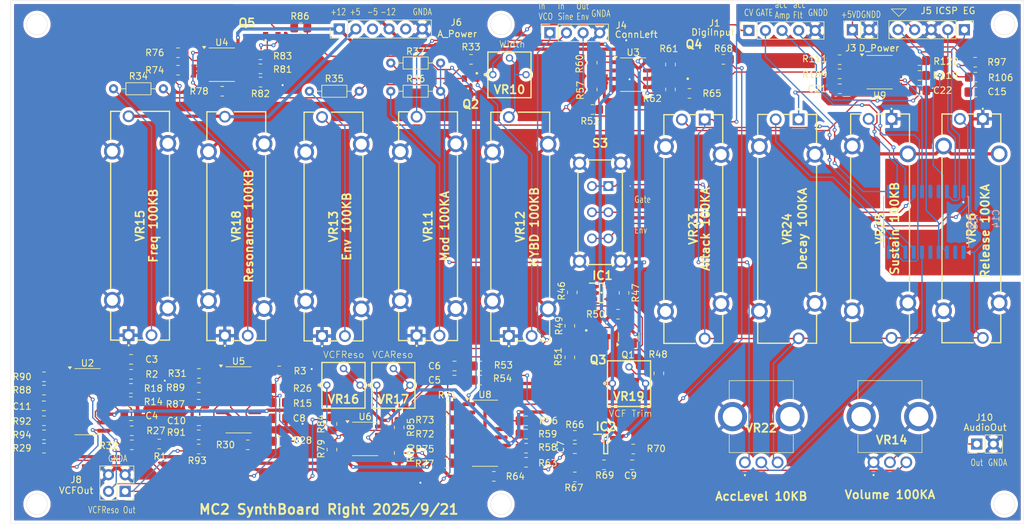
<source format=kicad_pcb>
(kicad_pcb (version 20241229) (generator "pcbnew") (generator_version "9.0")
  (layers (0 "F.Cu" signal) (2 "B.Cu" signal) (13 "F.Paste" user) (15 "B.Paste" user) (5 "F.SilkS" user "F.Silkscreen") (7 "B.SilkS" user "B.Silkscreen") (1 "F.Mask" user) (3 "B.Mask" user) (25 "Edge.Cuts" user))
  (net 0 "")
  (net 1 "+5VD")
  (net 2 "GNDD")
  (net 3 "+12VA")
  (net 4 "GNDA")
  (net 5 "-12VA")
  (net 6 "Net-(C15-Pad1)")
  (net 7 "-5VA")
  (net 8 "VCOWave")
  (net 9 "+5VA")
  (net 10 "Sine")
  (net 11 "Net-(C3-Pad2)")
  (net 12 "CV")
  (net 14 "Net-(C4-Pad1)")
  (net 15 "Net-(C5-Pad2)")
  (net 16 "VCA_ResoWav")
  (net 17 "VCF_OUT")
  (net 18 "Net-(C6-Pad2)")
  (net 19 "Net-(IC2-INPUT_+)")
  (net 20 "Net-(C7-Pad2)")
  (net 21 "Net-(C8-Pad1)")
  (net 22 "Net-(VR14-CW)")
  (net 23 "Net-(IC2-OUTPUT)")
  (net 24 "Net-(C10-Pad1)")
  (net 25 "Net-(C11-Pad1)")
  (net 26 "Net-(IC1-OUTPUT)")
  (net 27 "Net-(IC1-INPUT_-)")
  (net 28 "Net-(IC2-INPUT_-)")
  (net 29 "Net-(J10-Pin_1)")
  (net 30 "VCF_ResoWav")
  (net 31 "Net-(Q4-C)")
  (net 32 "Net-(Q2-B)")
  (net 33 "Net-(Q2-E)")
  (net 34 "Net-(Q3-C)")
  (net 35 "Net-(Q4-E)")
  (net 36 "Net-(Q4-B)")
  (net 37 "Net-(Q5-B)")
  (net 38 "Net-(Q5-C)")
  (net 39 "Net-(Q5-E)")
  (net 40 "Net-(U2A--)")
  (net 41 "Net-(U2A-+)")
  (net 42 "LP12db")
  (net 43 "Net-(U5A-+)")
  (net 44 "Net-(U5A--)")
  (net 45 "LP6db")
  (net 46 "LP18db")
  (net 47 "Net-(U5C-+)")
  (net 48 "Net-(U2C-+)")
  (net 49 "Net-(VR15-WIPER)")
  (net 50 "Net-(VR13-WIPER)")
  (net 51 "Net-(VR11-WIPER)")
  (net 52 "VCFCnt")
  (net 53 "Net-(U3A--)")
  (net 54 "Net-(R53-Pad1)")
  (net 55 "Net-(U8A-+)")
  (net 56 "Net-(R57-Pad2)")
  (net 57 "Net-(U8A--)")
  (net 58 "Net-(U3B-+)")
  (net 59 "Net-(R63-Pad2)")
  (net 60 "Net-(R65-Pad1)")
  (net 61 "VCACnt")
  (net 62 "Net-(U8C-+)")
  (net 63 "Net-(U8C--)")
  (net 64 "Net-(VR18-WIPER)")
  (net 65 "Net-(U4A--)")
  (net 66 "Net-(R75-Pad2)")
  (net 67 "Net-(R76-Pad2)")
  (net 68 "Net-(U6A-+)")
  (net 69 "Net-(U4B-+)")
  (net 70 "Net-(U6A--)")
  (net 71 "Net-(U6B--)")
  (net 72 "Net-(R83-Pad1)")
  (net 73 "Net-(VR16-CW)")
  (net 74 "Net-(VR17-CW)")
  (net 75 "ResoCnt")
  (net 76 "Net-(U5C--)")
  (net 77 "Net-(U2C--)")
  (net 84 "AmpWave")
  (net 85 "AccLv")
  (net 86 "Attack")
  (net 87 "Decay")
  (net 88 "Release")
  (net 89 "Net-(VR19-WIPER)")
  (net 90 "Net-(VR10-CW)")
  (net 91 "Net-(U9A-+)")
  (net 92 "Net-(U9B-+)")
  (net 93 "Gate")
  (net 94 "Sustain")
  (net 95 "PWM_outAmp")
  (net 96 "ICSPCLK_EG")
  (net 97 "accFlt")
  (net 98 "ICSPDT_EG")
  (net 99 "PWM_outFlt")
  (net 100 "accAmp")
  (net 102 "~MCLR_EG")
  (net 106 "EnvAmp")
  (net 107 "Net-(U9A--)")
  (net 108 "Net-(U9B--)")
  (net 109 "EnvFlt")
  (net 110 "Net-(Q1-B)")
  (net 111 "Net-(Q1-E)")
  (footprint "Resistor_SMD:R_0805_2012Metric_Pad1.20x1.40mm_HandSolder" (layer "F.Cu") (at 248.832 110.282 180)
    (property "Reference" "R59")
    (property "Value" "0805W8F5600T5E")
  )
  (footprint "SamacSys_parts:RK09D117000B" (layer "F.Cu") (at 302 114.6)
    (property "Reference" "VR14")
    (property "Value" "Volume 100KA")
  )
  (footprint "Resistor_SMD:R_0805_2012Metric_Pad1.20x1.40mm_HandSolder" (layer "F.Cu") (at 188.504 109.774 180)
    (property "Reference" "R27")
    (property "Value" "0805W8F6802T5E")
  )
  (footprint "Resistor_SMD:R_0805_2012Metric_Pad1.20x1.40mm_HandSolder" (layer "F.Cu") (at 214.36 48.133)
    (property "Reference" "R86")
    (property "Value" "0805W8F5101T5E")
  )
  (footprint "Resistor_SMD:R_0805_2012Metric_Pad1.20x1.40mm_HandSolder" (layer "F.Cu") (at 206.2465 111.933)
    (property "Reference" "R30")
    (property "Value" "0805W8F1002T5E")
  )
  (footprint "Capacitor_SMD:C_0805_2012Metric_Pad1.18x1.45mm_HandSolder" (layer "F.Cu") (at 175.042 105.964 180)
    (property "Reference" "C11")
    (property "Value" "ECH-U1H221JX5")
  )
  (footprint "Resistor_SMD:R_0805_2012Metric_Pad1.20x1.40mm_HandSolder" (layer "F.Cu") (at 195.58 51.943 180)
    (property "Reference" "R76")
    (property "Value" "0805W8F2003T5E")
  )
  (footprint "Resistor_SMD:R_0805_2012Metric_Pad1.20x1.40mm_HandSolder" (layer "F.Cu") (at 219.1285 112.662 90)
    (property "Reference" "R79")
    (property "Value" "0805W8F1002T5E")
  )
  (footprint "Connector_PinSocket_2.54mm:PinSocket_1x05_P2.54mm_Vertical" (layer "F.Cu") (at 282.915 48.535 90)
    (property "Reference" "J1")
    (property "Value" "DigiInput")
  )
  (footprint "Resistor_SMD:R_0805_2012Metric_Pad1.20x1.40mm_HandSolder" (layer "F.Cu") (at 208.189 52.243)
    (property "Reference" "R83")
    (property "Value" "0805W8F1001T5E")
  )
  (footprint "Capacitor_SMD:C_0805_2012Metric_Pad1.18x1.45mm_HandSolder" (layer "F.Cu") (at 198.775 108.25 180)
    (property "Reference" "C10")
    (property "Value" "ECH-U1H221JX5")
  )
  (footprint "Resistor_SMD:R_0805_2012Metric_Pad1.20x1.40mm_HandSolder" (layer "F.Cu") (at 255.524 93.726 90)
    (property "Reference" "R49")
    (property "Value" "0805W8F1001T5E")
  )
  (footprint "Resistor_SMD:R_0805_2012Metric_Pad1.20x1.40mm_HandSolder" (layer "F.Cu") (at 270.927 57.552 90)
    (property "Reference" "R62")
    (property "Value" "0805W8F1001T5E")
  )
  (footprint "Resistor_SMD:R_0805_2012Metric_Pad1.20x1.40mm_HandSolder" (layer "F.Cu") (at 208.173 54.402 180)
    (property "Reference" "R81")
    (property "Value" "0805W8F1001T5E")
  )
  (footprint "SamacSys_parts:PTA20432010CIB104" (layer "F.Cu") (at 276.165 62.163 -90)
    (property "Reference" "VR23")
    (property "Value" "Attack 100KA")
  )
  (footprint "Resistor_SMD:R_0805_2012Metric_Pad1.20x1.40mm_HandSolder" (layer "F.Cu") (at 248.832 108.25)
    (property "Reference" "R56")
    (property "Value" "0805W8F1002T5E")
  )
  (footprint "Resistor_SMD:R_0805_2012Metric_Pad1.20x1.40mm_HandSolder" (layer "F.Cu") (at 188.377 103.297 180)
    (property "Reference" "R18")
    (property "Value" "0805W8F5600T5E")
  )
  (footprint "Resistor_SMD:R_0805_2012Metric_Pad1.20x1.40mm_HandSolder" (layer "F.Cu") (at 243.895 116.759)
    (property "Reference" "R64")
    (property "Value" "0805W8F5101T5E")
  )
  (footprint "Capacitor_SMD:C_0805_2012Metric_Pad1.18x1.45mm_HandSolder" (layer "F.Cu") (at 317.5305 57.958)
    (property "Reference" "C15")
    (property "Value" "CL21B103KBANNNC")
  )
  (footprint "Resistor_SMD:R_0805_2012Metric_Pad1.20x1.40mm_HandSolder" (layer "F.Cu") (at 296.803 55.164)
    (property "Reference" "R109")
    (property "Value" "0805W8F1002T5E")
  )
  (footprint "Resistor_SMD:R_0805_2012Metric_Pad1.20x1.40mm_HandSolder" (layer "F.Cu") (at 236.783 105.964)
    (property "Reference" "R71")
    (property "Value" "0805W8F1002T5E")
  )
  (footprint "Resistor_SMD:R_0805_2012Metric_Pad1.20x1.40mm_HandSolder" (layer "F.Cu") (at 258.953 57.568 90)
    (property "Reference" "R57")
    (property "Value" "0805W8F1003T5E")
  )
  (footprint "Resistor_SMD:R_0805_2012Metric_Pad1.20x1.40mm_HandSolder" (layer "F.Cu") (at 265.228 112.568 180)
    (property "Reference" "R70")
    (property "Value" "0805W8F1003T5E")
  )
  (footprint "Resistor_SMD:R_0805_2012Metric_Pad1.20x1.40mm_HandSolder" (layer "F.Cu") (at 188.393 101.138 180)
    (property "Reference" "R2")
    (property "Value" "0805W8F1003T5E")
  )
  (footprint "Resistor_SMD:R_0805_2012Metric_Pad1.20x1.40mm_HandSolder" (layer "F.Cu") (at 241.82 99.868 180)
    (property "Reference" "R53")
    (property "Value" "0805W8F4702T5E")
  )
  (footprint "Resistor_SMD:R_0805_2012Metric_Pad1.20x1.40mm_HandSolder" (layer "F.Cu") (at 255.524 98.552 90)
    (property "Reference" "R51")
    (property "Value" "0805W8F1002T5E")
  )
  (footprint "Resistor_SMD:R_0805_2012Metric_Pad1.20x1.40mm_HandSolder" (layer "F.Cu") (at 236.783 110.282)
    (property "Reference" "R72")
    (property "Value" "0805W8F5600T5E")
  )
  (footprint "Resistor_SMD:R_0805_2012Metric_Pad1.20x1.40mm_HandSolder" (layer "F.Cu") (at 309.027 53.132)
    (property "Reference" "R122")
    (property "Value" "0805W8F1000T5E")
  )
  (footprint "Resistor_SMD:R_0805_2012Metric_Pad1.20x1.40mm_HandSolder" (layer "F.Cu") (at 309.027 55.418 180)
    (property "Reference" "R110")
    (property "Value" "0805W8F1002T5E")
  )
  (footprint "Capacitor_SMD:C_0805_2012Metric_Pad1.18x1.45mm_HandSolder" (layer "F.Cu") (at 256.286 112.522 180)
    (property "Reference" "C7")
    (property "Value" "CL21B105KBFNNNE")
  )
  (footprint "Package_SO:SOIC-8_3.9x4.9mm_P1.27mm" (layer "F.Cu") (at 202.282 53.767)
    (property "Reference" "U4")
    (property "Value" "TL072CDT")
  )
  (footprint "SamacSys_parts:3362P_1" (layer "F.Cu") (at 246.289 58.821)
    (property "Reference" "VR10")
    (property "Value" "3362P-1-503LF" (hide yes))
  )
  (footprint "Connector_PinSocket_2.54mm:PinSocket_1x02_P2.54mm_Vertical" (layer "F.Cu") (at 298.76 48.433 90)
    (property "Reference" "J3")
    (property "Value" "D_Power")
  )
  (footprint "Resistor_SMD:R_0805_2012Metric_Pad1.20x1.40mm_HandSolder" (layer "F.Cu") (at 229.4155 113.186 90)
    (property "Reference" "R80")
    (property "Value" "0805W8F1002T5E")
  )
  (footprint "Resistor_SMD:R_0805_2012Metric_Pad1.20x1.40mm_HandSolder" (layer "F.Cu") (at 263.815 88.676 -90)
    (property "Reference" "R47")
    (property "Value" "0805W8F2702T5E")
  )
  (footprint "Resistor_SMD:R_0805_2012Metric_Pad1.20x1.40mm_HandSolder" (layer "F.Cu") (at 236.656 114.727)
    (property "Reference" "R77")
    (property "Value" "0805W8F5101T5E")
  )
  (footprint "Resistor_SMD:R_0805_2012Metric_Pad1.20x1.40mm_HandSolder" (layer "F.Cu") (at 256.286 110.49)
    (property "Reference" "R66")
    (property "Value" "0805W8F1003T5E")
  )
  (footprint "Resistor_SMD:R_0805_2012Metric_Pad1.20x1.40mm_HandSolder" (layer "F.Cu") (at 248.832 112.441 180)
    (property "Reference" "R58")
    (property "Value" "0805W8F5600T5E")
  )
  (footprint "Resistor_SMD:R_0805_2012Metric_Pad1.20x1.40mm_HandSolder" (layer "F.Cu") (at 229.4155 109.265 -90)
    (property "Reference" "R85")
    (property "Value" "0805W8F1001T5E")
  )
  (footprint "Resistor_SMD:R_0805_2012Metric_Pad1.20x1.40mm_HandSolder" (layer "F.Cu") (at 240.411 52.959)
    (property "Reference" "R33")
    (property "Value" "0805W8F3302T5E")
  )
  (footprint "Resistor_SMD:R_0805_2012Metric_Pad1.20x1.40mm_HandSolder" (layer "F.Cu") (at 198.7695 103.17)
    (property "Reference" "R89")
    (property "Value" "0805W8F5600T5E")
  )
  (footprint "Resistor_SMD:R_0805_2012Metric_Pad1.20x1.40mm_HandSolder" (layer "F.Cu") (at 198.7535 112.568 180)
    (property "Reference" "R93")
    (property "Value" "0805W8F1002T5E")
  )
  (footprint "Resistor_SMD:R_0805_2012Metric_Pad1.20x1.40mm_HandSolder" (layer "F.Cu") (at 188.5095 111.933 180)
    (property "Reference" "R32")
    (property "Value" "0805W8F1003T5E")
  )
  (footprint "Package_TO_SOT_SMD:SOT-23" (layer "F.Cu") (at 264.541 95.4255 90)
    (property "Reference" "Q1")
    (property "Value" "SS8050(RANGE:200-350)")
  )
  (footprint "Connector_PinHeader_2.54mm:PinHeader_1x06_P2.54mm_Vertical" (layer "F.Cu") (at 220.254 48.306 90)
    (property "Reference" "J6")
    (property "Value" "A_Power")
  )
  (footprint "Resistor_SMD:R_0805_2012Metric_Pad1.20x1.40mm_HandSolder" (layer "F.Cu") (at 198.7375 110.409 180)
    (property "Reference" "R91")
    (property "Value" "0805W8F6802T5E")
  )
  (footprint "SamacSys_parts:PTA20432010CIB104" (layer "F.Cu") (at 232.084 95.225 90)
    (property "Reference" "VR11")
    (property "Value" "Mod 100KA")
  )
  (footprint "Package_SO:SOIC-8_3.9x4.9mm_P1.27mm" (layer "F.Cu") (at 224.2085 111.027)
    (property "Reference" "U6")
    (property "Value" "TL072CDT")
  )
  (footprint "Capacitor_SMD:C_0805_2012Metric_Pad1.18x1.45mm_HandSolder" (layer "F.Cu") (at 188.3985 107.488)
    (property "Reference" "C4")
    (property "Value" "ECH-U1H221JX5")
  )
  (footprint "Resistor_SMD:R_0805_2012Metric_Pad1.20x1.40mm_HandSolder" (layer "F.Cu") (at 262.906 91.948)
    (property "Reference" "R50")
    (property "Value" "0805W8F1003T5E")
  )
  (footprint "Resistor_SMD:R_0805_2012Metric_Pad1.20x1.40mm_HandSolder" (layer "F.Cu") (at 175.0795 110.409 180)
    (property "Reference" "R94")
    (property "Value" "0805W8F1002T5E")
  )
  (footprint "Resistor_SMD:R_0805_2012Metric_Pad1.20x1.40mm_HandSolder" (layer "F.Cu") (at 279.019 52.959)
    (property "Reference" "R68")
    (property "Value" "0805W8F1002T5E")
  )
  (footprint "Resistor_SMD:R_0805_2012Metric_Pad1.20x1.40mm_HandSolder" (layer "F.Cu") (at 236.783 108.123)
    (property "Reference" "R73")
    (property "Value" "0805W8F5600T5E")
  )
  (footprint "SamacSys_parts:PTA20432010CIB104" (layer "F.Cu") (at 318.71 62.063 -90)
    (property "Reference" "VR26")
    (property "Value" "Release 100KA")
  )
  (footprint "SamacSys_parts:1SS294LFT" (layer "F.Cu") (at 260.039 95.377 -90)
    (property "Reference" "Q3")
    (property "Value" "2SA1162-GR_F_" (hide yes))
  )
  (footprint "Resistor_SMD:R_0805_2012Metric_Pad1.20x1.40mm_HandSolder" (layer "F.Cu") (at 211.0885 111.379 180)
    (property "Reference" "R28")
    (property "Value" "0805W8F6802T5E")
  )
  (footprint "SamacSys_parts:1SS294LFT" (layer "F.Cu") (at 240.35 57.08 180)
    (property "Reference" "Q2")
    (property "Value" "2SA1162-GR_F_" (hide yes))
  )
  (footprint "SamacSys_parts:3362P_1" (layer "F.Cu") (at 228.5265 106.328)
    (property "Reference" "VR17")
    (property "Value" "3362P-1-103LF" (hide yes))
  )
  (footprint "Resistor_SMD:R_0805_2012Metric_Pad1.20x1.40mm_HandSolder" (layer "F.Cu") (at 273.828 58.166)
    (property "Reference" "R65")
    (property "Value" "0805W8F1001T5E")
  )
  (footprint "Resistor_SMD:R_0805_2012Metric_Pad1.20x1.40mm_HandSolder" (layer "F.Cu") (at 260.751 114.981 180)
    (property "Reference" "R69")
    (property "Value" "0805W8F4702T5E")
  )
  (footprint "Connector_PinHeader_2.54mm:PinHeader_1x02_P2.54mm_Vertical" (layer "F.Cu") (at 317.79 111.806 90)
    (property "Reference" "J10")
    (property "Value" "AudioOut")
  )
  (footprint "Package_SO:SOIC-8_3.9x4.9mm_P1.27mm" (layer "F.Cu") (at 265.212 55.291)
    (property "Reference" "U3")
    (property "Value" "TL072CDT")
  )
  (footprint "SamacSys_parts:PTA20432010CIB104" (layer "F.Cu") (at 202.747 95.225 90)
    (property "Reference" "VR18")
    (property "Value" "Resonance 100KB")
  )
  (footprint "Package_SO:SOIC-16_3.9x9.9mm_P1.27mm" (layer "F.Cu") (at 181.7295 105.329)
    (property "Reference" "U2")
    (property "Value" "LM13700")
  )
  (footprint "Capacitor_SMD:C_0805_2012Metric_Pad1.18x1.45mm_HandSolder" (layer "F.Cu") (at 237.867 102.027)
    (property "Reference" "C6")
    (property "Value" "CL21A106KAYNNNE")
  )
  (footprint "Resistor_THT:R_Axial_DIN0204_L3.6mm_D1.6mm_P7.62mm_Horizontal" (layer "F.Cu") (at 215.682 57.831)
    (property "Reference" "R35")
    (property "Value" "56K")
  )
  (footprint "SamacSys_parts:PTA20432010CIB104" (layer "F.Cu") (at 246.19 95.282 90)
    (property "Reference" "VR12")
    (property "Value" "KYBD 100KB")
  )
  (footprint "Package_SO:SOIC-16_3.9x9.9mm_P1.27mm" (layer "F.Cu") (at 242.544 110.155)
    (property "Reference" "U8")
    (property "Value" "LM13700")
  )
  (footprint "Capacitor_SMD:C_0805_2012Metric_Pad1.18x1.45mm_HandSolder" (layer "F.Cu") (at 296.819 57.45 180)
    (property "Reference" "C21")
    (property "Value" "CL21B103KBANNNC")
  )
  (footprint "SamacSys_parts:3362P_1" (layer "F.Cu") (at 264.577 106.065)
    (property "Reference" "VR19")
    (property "Value" "3362P-1-104LF" (hide yes))
  )
  (footprint "Capacitor_SMD:C_0805_2012Metric_Pad1.18x1.45mm_HandSolder" (layer "F.Cu") (at 211.0725 107.869)
    (property "Reference" "C8")
    (property "Value" "ECH-U1H221JX5")
  )
  (footprint "SamacSys_parts:MS2201L6" (layer "F.Cu") (at 261.414 72.346 -90)
    (property "Reference" "S3")
    (property "Value" "MS2201L6" (hide yes))
  )
  (footprint "Resistor_THT:R_Axial_DIN0204_L3.6mm_D1.6mm_P7.62mm_Horizontal" (layer "F.Cu") (at 228.128 57.831)
    (property "Reference" "R36")
    (property "Value" "39K")
  )
  (footprint "Resistor_SMD:R_0805_2012Metric_Pad1.20x1.40mm_HandSolder" (layer "F.Cu") (at 211.0725 100.63 180)
    (property "Reference" "R3")
    (property "Value" "0805W8F1003T5E")
  )
  (footprint "Resistor_SMD:R_0805_2012Metric_Pad1.20x1.40mm_HandSolder" (layer "F.Cu") (at 202.347 57.831)
    (property "Reference" "R78")
    (property "Value" "0805W8F1002T5E")
  )
  (footprint "Capacitor_SMD:C_0805_2012Metric_Pad1.18x1.45mm_HandSolder" (layer "F.Cu") (at 309.0325 57.704)
    (property "Reference" "C22")
    (property "Value" "CL21B103KBANNNC")
  )
  (footprint "SamacSys_parts:PTA20432010CIB104" (layer "F.Cu") (at 188.024 95.155 90)
    (property "Reference" "VR15")
    (property "Value" "Freq 100KB")
  )
  (footprint "Resistor_SMD:R_0805_2012Metric_Pad1.20x1.40mm_HandSolder" (layer "F.Cu") (at 198.7695 101.011 180)
    (property "Reference" "R31")
    (property "Value" "0805W8F1003T5E")
  )
  (footprint "Resistor_SMD:R_0805_2012Metric_Pad1.20x1.40mm_HandSolder" (layer "F.Cu") (at 188.361 105.329 180)
    (property "Reference" "R14")
    (property "Value" "0805W8F5600T5E")
  )
  (footprint "Capacitor_SMD:C_0805_2012Metric_Pad1.18x1.45mm_HandSolder" (layer "F.Cu") (at 265.0635 114.981)
    (property "Reference" "C9")
    (property "Value" "CL21B105KBFNNNE")
  )
  (footprint "Connector_PinSocket_2.54mm:PinSocket_1x04_P2.54mm_Vertical" (layer "F.Cu") (at 252.476 48.895 90)
    (property "Reference" "J4")
    (property "Value" "ConnLeft")
  )
  (footprint "Resistor_SMD:R_0805_2012Metric_Pad1.20x1.40mm_HandSolder" (layer "F.Cu") (at 255.905 88.615 -90)
    (property "Reference" "R46")
    (property "Value" "0805W8F1002T5E")
  )
  (footprint "Resistor_SMD:R_0805_2012Metric_Pad1.20x1.40mm_HandSolder" (layer "F.Cu") (at 175.0635 108.25)
    (property "Reference" "R92")
    (property "Value" "0805W8F6802T5E")
  )
  (footprint "SamacSys_parts:1SS294LFT" (layer "F.Cu") (at 209.931 48.063)
    (property "Reference" "Q5")
    (property "Value" "2SA1162-GR_F_" (hide yes))
  )
  (footprint "Resistor_SMD:R_0805_2012Metric_Pad1.20x1.40mm_HandSolder" (layer "F.Cu") (at 219.1285 108.725 90)
    (property "Reference" "R84")
    (property "Value" "0805W8F1002T5E")
  )
  (footprint "Resistor_SMD:R_0805_2012Metric_Pad1.20x1.40mm_HandSolder" (layer "F.Cu") (at 269.149 100.995 90)
    (property "Reference" "R48")
    (property "Value" "0805W8F4702T5E")
  )
  (footprint "Resistor_SMD:R_0805_2012Metric_Pad1.20x1.40mm_HandSolder" (layer "F.Cu") (at 198.7375 105.71)
    (property "Reference" "R87")
    (property "Value" "0805W8F5600T5E")
  )
  (footprint "Package_SO:SOIC-16_3.9x9.9mm_P1.27mm" (layer "F.Cu") (at 204.8445 105.046)
    (property "Reference" "U5")
    (property "Value" "LM13700")
  )
  (footprint "Resistor_SMD:R_0805_2012Metric_Pad1.20x1.40mm_HandSolder" (layer "F.Cu") (at 270.927 53.742 -90)
    (property "Reference" "R61")
    (property "Value" "0805W8F1001T5E")
  )
  (footprint "Resistor_SMD:R_0805_2012Metric_Pad1.20x1.40mm_HandSolder" (layer "F.Cu") (at 175.0635 103.551)
    (property "Reference" "R88")
    (property "Value" "0805W8F5600T5E")
  )
  (footprint "Resistor_THT:R_Axial_DIN0204_L3.6mm_D1.6mm_P7.62mm_Horizontal" (layer "F.Cu") (at 185.71 57.45)
    (property "Reference" "R34")
    (property "Value" "20K")
  )
  (footprint "Resistor_SMD:R_0805_2012Metric_Pad1.20x1.40mm_HandSolder" (layer "F.Cu") (at 296.803 53.005 180)
    (property "Reference" "R111")
    (property "Value" "0805W8F1000T5E")
  )
  (footprint "Capacitor_SMD:C_0805_2012Metric_Pad1.18x1.45mm_HandSolder" (layer "F.Cu") (at 237.8885 99.868)
    (property "Reference" "C5")
    (property "Value" "CL21A106KAYNNNE")
  )
  (footprint "SamacSys_parts:PTA20432010CIB104" (layer "F.Cu") (at 217.615 95.282 90)
    (property "Reference" "VR13")
    (property "Value" "Env 100KB")
  )
  (footprint "Capacitor_SMD:C_0805_2012Metric_Pad1.18x1.45mm_HandSolder" (layer "F.Cu") (at 188.3985 98.852)
    (property "Reference" "C3")
    (property "Value" "CL21A106KAYNNNE")
  )
  (footprint "SamacSys_parts:RK09D117000B" (layer "F.Cu") (at 282.315 114.615)
    (property "Reference" "VR22")
    (property "Value" "AccLevel 10KB")
  )
  (footprint "Resistor_SMD:R_0805_2012Metric_Pad1.20x1.40mm_HandSolder" (layer "F.Cu") (at 317.568 55.672 180)
    (property "Reference" "R106")
    (property "Value" "0805W8F1000T5E")
  )
  (footprint "Connector_PinHeader_2.54mm:PinHeader_1x05_P2.54mm_Vertical" (layer "F.Cu") (at 315.895 48.42 -90)
    (property "Reference" "J5")
    (property "Value" "ICSP EG")
  )
  (footprint "SamacSys_parts:PTA20432010CIB104" (layer "F.Cu") (at 290.525 62.133 -90)
    (property "Reference" "VR24")
    (property "Value" "Decay 100KA")
  )
  (footprint "Resistor_SMD:R_0805_2012Metric_Pad1.20x1.40mm_HandSolder" (layer "F.Cu") (at 192.695 111.806 180)
    (property "Reference" "R1")
    (property "Value" "0805W8F1003T5E")
  )
  (footprint "SamacSys_parts:3362P_1" (layer "F.Cu") (at 220.892 106.319)
    (property "Reference" "VR16")
    (property "Value" "3362P-1-103LF" (hide yes))
  )
  (footprint "SamacSys_parts:SOT95P282X145-5N" (layer "F.Cu") (at 260.366 88.692)
    (property "Reference" "IC1")
    (property "Value" "AS321KTR-G1" (hide yes))
  )
  (footprint "Resistor_SMD:R_0805_2012Metric_Pad1.20x1.40mm_HandSolder" (layer "F.Cu") (at 256.286 116.84)
    (property "Reference" "R67")
    (property "Value" "0805W8F1002T5E")
  )
  (footprint "Resistor_SMD:R_0805_2012Metric_Pad1.20x1.40mm_HandSolder" (layer "F.Cu") (at 208.205 56.434 180)
    (property "Reference" "R82")
    (property "Value" "0805W8F1001T5E")
  )
  (footprint "Resistor_SMD:R_0805_2012Metric_Pad1.20x1.40mm_HandSolder" (layer "F.Cu") (at 236.783 112.568)
    (property "Reference" "R75")
    (property "Value" "0805W8F1002T5E")
  )
  (footprint "Resistor_SMD:R_0805_2012Metric_Pad1.20x1.40mm_HandSolder" (layer "F.Cu") (at 211.0725 105.456 180)
    (property "Reference" "R15")
    (property "Value" "0805W8F5600T5E")
  )
  (footprint "Resistor_SMD:R_0805_2012Metric_Pad1.20x1.40mm_HandSolder" (layer "F.Cu") (at 195.58 54.61)
    (property "Reference" "R74")
    (property "Value" "0805W8F1003T5E")
  )
  (footprint "Resistor_SMD:R_0805_2012Metric_Pad1.20x1.40mm_HandSolder" (layer "F.Cu") (at 211.0725 103.297 180)
    (property "Reference" "R26")
    (property "Value" "0805W8F5600T5E")
  )
  (footprint "SamacSys_parts:SOT95P282X145-5N" (layer "F.Cu") (at 261.021 111.806)
    (property "Reference" "IC2")
    (property "Value" "AS321KTR-G1" (hide yes))
  )
  (footprint "SamacSys_parts:PTA20432010CIB104" (layer "F.Cu") (at 304.74 62.063 -90)
    (property "Reference" "VR25")
    (property "Value" "Sustain 100KB")
  )
  (footprint "Resistor_SMD:R_0805_2012Metric_Pad1.20x1.40mm_HandSolder" (layer "F.Cu") (at 317.536 53.386 180)
    (property "Reference" "R97")
    (property "Value" "0805W8F1001T5E")
  )
  (footprint "Resistor_SMD:R_0805_2012Metric_Pad1.20x1.40mm_HandSolder" (layer "F.Cu") (at 241.804 102.027 180)
    (property "Reference" "R54")
    (property "Value" "0805W8F1002T5E")
  )
  (footprint "Resistor_SMD:R_0805_2012Metric_Pad1.20x1.40mm_HandSolder" (layer "F.Cu") (at 258.953 53.467 90)
    (property "Reference" "R60")
    (property "Value" "0805W8F1002T5E")
  )
  (footprint "Resistor_SMD:R_0805_2012Metric_Pad1.20x1.40mm_HandSolder" (layer "F.Cu") (at 175.0795 112.441 180)
    (property "Reference" "R29")
    (property "Value" "0805W8F1002T5E")
  )
  (footprint "Resistor_THT:R_Axial_DIN0204_L3.6mm_D1.6mm_P7.62mm_Horizontal" (layer "F.Cu") (at 228.128 53.513)
    (property "Reference" "R37")
    (property "Value" "150K")
  )
  (footprint "Connector_PinSocket_2.54mm:PinSocket_2x02_P2.54mm_Vertical" (layer "F.Cu") (at 187.488 119.045 -90)
    (property "Reference" "J8")
    (property "Value" "VCFOut")
  )
  (footprint "Resistor_SMD:R_0805_2012Metric_Pad1.20x1.40mm_HandSolder" (layer "F.Cu") (at 175.0795 101.519)
    (property "Reference" "R90")
    (property "Value" "0805W8F5600T5E")
  )
  (footprint "Resistor_SMD:R_0805_2012Metric_Pad1.20x1.40mm_HandSolder" (layer "F.Cu") (at 248.832 114.6 180)
    (property "Reference" "R63")
    (property "Value" "0805W8F1002T5E")
  )
  (footprint "Resistor_SMD:R_0805_2012Metric_Pad1.20x1.40mm_HandSolder" (layer "F.Cu") (at 259.005 60.625)
    (property "Reference" "R52")
    (property "Value" "0805W8F1003T5E")
  )
  (footprint "SamacSys_parts:1SS294LFT" (layer "F.Cu") (at 274.513 53.918)
    (property "Reference" "Q4")
    (property "Value" "2SA1162-GR_F_" (hide yes))
  )
  (footprint "Package_SO:SOIC-8_3.9x4.9mm_P1.27mm" (layer "F.Cu") (at 302.915 54.91)
    (property "Reference" "U9")
    (property "Value" "MCP6232-E_P")
  )
  (footprint "Capacitor_SMD:C_0805_2012Metric_Pad1.18x1.45mm_HandSolder" (layer "B.Cu") (at 319.06 77.3325 90)
    (property "Reference" "C14")
    (property "Value" "0.1uF")
  )
  (footprint "Package_SO:SOIC-20W_7.5x12.8mm_P1.27mm" (layer "B.Cu") (at 310.043 77.819 90)
    (property "Reference" "IC8")
    (property "Value" "PIC16F13145-I/SO")
  )
  (gr_line (start 307.005 45.245) (end 305.862 46.388) (stroke (width 0.1)) (layer "F.SilkS"))
  (gr_line (start 305.862 46.388) (end 304.719 45.245) (stroke (width 0.1)) (layer "F.SilkS"))
  (gr_line (start 304.719 45.245) (end 307.005 45.245) (stroke (width 0.1)) (layer "F.SilkS"))
  (gr_circle (center 174 121) (end 175.6 121) (stroke (width 0.05)) (fill no) (layer "Edge.Cuts"))
  (gr_circle (center 322 47.6) (end 323.6 47.6) (stroke (width 0.05)) (fill no) (layer "Edge.Cuts"))
  (gr_circle (center 174 47.6) (end 175.6 47.6) (stroke (width 0.05)) (fill no) (layer "Edge.Cuts"))
  (gr_circle (center 245 121) (end 246.6 121) (stroke (width 0.05)) (fill no) (layer "Edge.Cuts"))
  (gr_circle (center 322 121) (end 323.6 121) (stroke (width 0.05)) (fill no) (layer "Edge.Cuts"))
  (gr_rect (start 170 44) (end 325 124) (stroke (width 0.05)) (fill no) (layer "Edge.Cuts"))
  (gr_circle (center 245 47.6) (end 246.6 47.6) (stroke (width 0.05)) (fill no) (layer "Edge.Cuts"))
  (gr_text "VCFReso" (at 181.773 122.474 0) (layer "F.SilkS") (effects (font (size 1 0.75) (thickness 0.1)) (justify left bottom)))
  (gr_text "-12" (at 226.477 46.274 0) (layer "F.SilkS") (effects (font (size 1 0.75) (thickness 0.1)) (justify left bottom)))
  (gr_text "VCAReso" (at 225.207 98.725 0) (layer "F.SilkS") (effects (font (size 1 1) (thickness 0.1)) (justify left bottom)))
  (gr_text "In\nVCO" (at 250.676 46.99 0) (layer "F.SilkS") (effects (font (size 1 0.75) (thickness 0.1)) (justify left bottom)))
  (gr_text "MC2 SynthBoard Right 2025/9/21" (at 198.628 122.682 0) (layer "F.SilkS") (effects (font (size 1.5 1.5) (thickness 0.3) (bold yes)) (justify left bottom)))
  (gr_text "GATE" (at 283.901 46.401 0) (layer "F.SilkS") (effects (font (size 1 0.75) (thickness 0.1)) (justify left bottom)))
  (gr_text "CV" (at 282.123 46.401 0) (layer "F.SilkS") (effects (font (size 1 0.75) (thickness 0.1)) (justify left bottom)))
  (gr_text "Out" (at 316.779 115.235 0) (layer "F.SilkS") (effects (font (size 1 0.75) (thickness 0.1)) (justify left bottom)))
  (gr_text "-5" (at 224.445 46.274 0) (layer "F.SilkS") (effects (font (size 1 0.75) (thickness 0.1)) (justify left bottom)))
  (gr_text "GNDA" (at 258.747 46.527 0) (layer "F.SilkS") (effects (font (size 1 0.75) (thickness 0.1)) (justify left bottom)))
  (gr_text "GNDD" (at 291.902 46.401 0) (layer "F.SilkS") (effects (font (size 1 0.75) (thickness 0.1)) (justify left bottom)))
  (gr_text "GNDA" (at 319.446 115.235 0) (layer "F.SilkS") (effects (font (size 1 0.75) (thickness 0.1)) (justify left bottom)))
  (gr_text "Env" (at 265.351 79.674 0) (layer "F.SilkS") (effects (font (size 1 0.75) (thickness 0.1)) (justify left bottom)))
  (gr_text "Out" (at 187.107 122.474 0) (layer "F.SilkS") (effects (font (size 1 0.75) (thickness 0.1)) (justify left bottom)))
  (gr_text "GNDD" (at 300.01 46.683 0) (layer "F.SilkS") (effects (font (size 1 0.75) (thickness 0.1)) (justify left bottom)))
  (gr_text "GNDA" (at 184.821 114.6 0) (layer "F.SilkS") (effects (font (size 1 0.75) (thickness 0.1)) (justify left bottom)))
  (gr_text "+5VD" (at 296.96 46.683 0) (layer "F.SilkS") (effects (font (size 1 0.75) (thickness 0.1)) (justify left bottom)))
  (gr_text "acc\nAmp" (at 286.822 46.782 0) (layer "F.SilkS") (effects (font (size 1 0.75) (thickness 0.1)) (justify left bottom)))
  (gr_text "Out\nEnv" (at 256.473 46.99 0) (layer "F.SilkS") (effects (font (size 1 0.75) (thickness 0.1)) (justify left bottom)))
  (gr_text "+5" (at 221.778 46.274 0) (layer "F.SilkS") (effects (font (size 1 0.75) (thickness 0.1)) (justify left bottom)))
  (gr_text "+12" (at 218.857 46.274 0) (layer "F.SilkS") (effects (font (size 1 0.75) (thickness 0.1)) (justify left bottom)))
  (gr_text "GNDA" (at 231.43 46.274 0) (layer "F.SilkS") (effects (font (size 1 0.75) (thickness 0.1)) (justify left bottom)))
  (gr_text "acc\nFlt" (at 289.616 46.782 0) (layer "F.SilkS") (effects (font (size 1 0.75) (thickness 0.1)) (justify left bottom)))
  (gr_text "VCFReso" (at 217.714 98.725 0) (layer "F.SilkS") (effects (font (size 1 1) (thickness 0.1)) (justify left bottom)))
  (gr_text "In\nSine" (at 253.619 46.99 0) (layer "F.SilkS") (effects (font (size 1 0.75) (thickness 0.1)) (justify left bottom)))
  (gr_text "Gate" (at 265.351 74.975 0) (layer "F.SilkS") (effects (font (size 1 0.75) (thickness 0.1)) (justify left bottom)))
  (gr_text "VCF Trim" (at 261.402 107.742 0) (layer "F.SilkS") (effects (font (size 1 1) (thickness 0.1)) (justify left bottom)))
  (gr_text "Width" (at 244.638 51.227 0) (layer "F.SilkS") (effects (font (size 1 1) (thickness 0.1)) (justify left bottom)))
  (segment (start 290.495 95.663) (end 290.525 95.633) (width 0.2) (layer "F.Cu") (net 1))
  (segment (start 262.466 72.346) (end 262.694 72.118) (width 0.2) (layer "F.Cu") (net 1))
  (segment (start 306.337 46.482) (end 298.958 46.482) (width 0.2) (layer "F.Cu") (net 1))
  (segment (start 304.67 95.633) (end 290.525 95.633) (width 0.2) (layer "F.Cu") (net 1))
  (segment (start 304.74 95.563) (end 304.67 95.633) (width 0.2) (layer "F.Cu") (net 1))
  (segment (start 307.341 51.054) (end 314.204 51.054) (width 0.2) (layer "F.Cu") (net 1))
  (segment (start 262.694 72.118) (end 275.857 72.118) (width 0.2) (layer "F.Cu") (net 1))
  (segment (start 298.76 46.68) (end 298.76 48.433) (width 0.2) (layer "F.Cu") (net 1))
  (segment (start 258.914 72.346) (end 261.414 72.346) (width 0.2) (layer "F.Cu") (net 1))
  (segment (start 276.165 95.663) (end 290.495 95.663) (width 0.2) (layer "F.Cu") (net 1))
  (segment (start 305.39 53.005) (end 302.814 53.005) (width 0.2) (layer "F.Cu") (net 1))
  (segment (start 308.275 48.42) (end 306.337 46.482) (width 0.2) (layer "F.Cu") (net 1))
  (segment (start 314.204 51.054) (end 316.536 53.386) (width 0.2) (layer "F.Cu") (net 1))
  (segment (start 304.74 95.563) (end 318.71 95.563) (width 0.2) (layer "F.Cu") (net 1))
  (segment (start 305.39 53.005) (end 307.341 51.054) (width 0.2) (layer "F.Cu") (net 1))
  (segment (start 298.958 46.482) (end 298.76 46.68) (width 0.2) (layer "F.Cu") (net 1))
  (segment (start 302.814 53.005) (end 299.077 49.268) (width 0.2) (layer "F.Cu") (net 1))
  (segment (start 261.414 72.346) (end 262.466 72.346) (width 0.2) (layer "F.Cu") (net 1))
  (segment (start 314.991 53.8907) (end 316.031 53.8907) (width 0.2) (layer "F.Cu") (net 1))
  (segment (start 316.031 53.8907) (end 316.536 53.386) (width 0.2) (layer "F.Cu") (net 1))
  (via (at 314.991 53.8907) (size 0.6) (drill 0.3) (layers "F.Cu" "B.Cu") (net 1))
  (via (at 275.857 72.118) (size 0.6) (drill 0.3) (layers "F.Cu" "B.Cu") (net 1))
  (segment (start 317.405 94.258) (end 318.71 95.563) (width 0.2) (layer "B.Cu") (net 1))
  (segment (start 319.06 80.814) (end 317.405 82.469) (width 0.2) (layer "B.Cu") (net 1))
  (segment (start 276.165 72.4261) (end 275.857 72.118) (width 0.2) (layer "B.Cu") (net 1))
  (segment (start 319.06 78.37) (end 316.845 76.155) (width 0.2) (layer "B.Cu") (net 1))
  (segment (start 276.165 95.663) (end 276.165 72.4261) (width 0.2) (layer "B.Cu") (net 1))
  (segment (start 286.686 99.4722) (end 290.525 95.633) (width 0.2) (layer "B.Cu") (net 1))
  (segment (start 286.686 113.986) (end 286.686 99.4722) (width 0.2) (layer "B.Cu") (net 1))
  (segment (start 319.06 78.37) (end 319.06 80.814) (width 0.2) (layer "B.Cu") (net 1))
  (segment (start 287.315 114.615) (end 286.686 113.986) (width 0.2) (layer "B.Cu") (net 1))
  (segment (start 316.845 76.155) (end 316.845 55.7451) (width 0.2) (layer "B.Cu") (net 1))
  (segment (start 315.758 82.469) (end 317.405 82.469) (width 0.2) (layer "B.Cu") (net 1))
  (segment (start 317.405 82.469) (end 317.405 94.258) (width 0.2) (layer "B.Cu") (net 1))
  (segment (start 316.845 55.7451) (end 314.991 53.8907) (width 0.2) (layer "B.Cu") (net 1))
  (segment (start 275.215 78.0588) (end 263.701 78.0588) (width 0.2) (layer "F.Cu") (net 2))
  (segment (start 277.703 62.4991) (end 281.03 62.4991) (width 0.2) (layer "F.Cu") (net 2))
  (segment (start 294.633 57.9427) (end 290.096 57.9427) (width 0.2) (layer "F.Cu") (net 2))
  (segment (start 263.701 78.0588) (end 261.414 80.346) (width 0.2) (layer "F.Cu") (net 2))
  (segment (start 277.367 62.163) (end 277.703 62.4991) (width 0.2) (layer "F.Cu") (net 2))
  (segment (start 276.165 62.163) (end 277.367 62.163) (width 0.2) (layer "F.Cu") (net 2))
  (segment (start 290.096 57.9427) (end 290.021 58.0184) (width 0.2) (layer "F.Cu") (net 2))
  (segment (start 261.414 80.346) (end 258.914 80.346) (width 0.2) (layer "F.Cu") (net 2))
  (segment (start 275.215 83.9996) (end 282.622 83.9996) (width 0.2) (layer "F.Cu") (net 2))
  (via (at 290.021 58.0184) (size 0.6) (drill 0.3) (layers "F.Cu" "B.Cu") (net 2))
  (via (at 282.622 83.9996) (size 0.6) (drill 0.3) (layers "F.Cu" "B.Cu") (net 2))
  (via (at 315.722 74.803) (size 0.6) (drill 0.3) (layers "F.Cu" "B.Cu") (net 2))
  (via (at 275.215 78.0588) (size 0.6) (drill 0.3) (layers "F.Cu" "B.Cu") (net 2))
  (via (at 275.215 83.9996) (size 0.6) (drill 0.3) (layers "F.Cu" "B.Cu") (net 2))
  (via (at 281.03 62.4991) (size 0.6) (drill 0.3) (layers "F.Cu" "B.Cu") (net 2))
  (segment (start 282.944 113.986) (end 282.315 114.615) (width 0.2) (layer "B.Cu") (net 2))
  (segment (start 282.944 84.3216) (end 282.944 113.986) (width 0.2) (layer "B.Cu") (net 2))
  (segment (start 315.758 74.767) (end 315.722 74.803) (width 0.2) (layer "B.Cu") (net 2))
  (segment (start 290.021 58.0184) (end 290.525 58.5226) (width 0.2) (layer "B.Cu") (net 2))
  (segment (start 276.165 62.163) (end 276.165 63.3647) (width 0.2) (layer "B.Cu") (net 2))
  (segment (start 290.525 58.5226) (end 290.525 62.133) (width 0.2) (layer "B.Cu") (net 2))
  (segment (start 275.215 64.3149) (end 275.215 78.0588) (width 0.2) (layer "B.Cu") (net 2))
  (segment (start 315.758 73.169) (end 315.758 74.767) (width 0.2) (layer "B.Cu") (net 2))
  (segment (start 275.215 78.0588) (end 275.215 83.9996) (width 0.2) (layer "B.Cu") (net 2))
  (segment (start 276.165 63.3647) (end 275.215 64.3149) (width 0.2) (layer "B.Cu") (net 2))
  (segment (start 282.622 83.9996) (end 282.944 84.3216) (width 0.2) (layer "B.Cu") (net 2))
  (segment (start 281.03 49.1669) (end 281.03 62.4991) (width 0.2) (layer "B.Cu") (net 2))
  (segment (start 281.229 48.9681) (end 281.03 49.1669) (width 0.2) (layer "B.Cu") (net 2))
  (segment (start 266.141 54.3044) (end 266.141 54.6536) (width 0.5) (layer "F.Cu") (net 3))
  (segment (start 220.254 48.306) (end 223.52 51.5719) (width 0.5) (layer "F.Cu") (net 3))
  (segment (start 265.358 83.9996) (end 266.903 83.9996) (width 0.5) (layer "F.Cu") (net 3))
  (segment (start 184.2045 107.234) (end 185.72 107.234) (width 0.5) (layer "F.Cu") (net 3))
  (segment (start 204.757 49.624) (end 204.757 51.862) (width 0.5) (layer "F.Cu") (net 3))
  (segment (start 185.72 107.234) (end 185.843 107.357) (width 0.5) (layer "F.Cu") (net 3))
  (segment (start 259.38 106.913) (end 263.323 110.856) (width 0.5) (layer "F.Cu") (net 3))
  (segment (start 246.207 112.06) (end 246.572 111.696) (width 0.5) (layer "F.Cu") (net 3))
  (segment (start 241.463 51.5719) (end 241.636 51.3987) (width 0.5) (layer "F.Cu") (net 3))
  (segment (start 267.687 53.386) (end 267.059 53.386) (width 0.5) (layer "F.Cu") (net 3))
  (segment (start 223.52 51.5719) (end 241.463 51.5719) (width 0.5) (layer "F.Cu") (net 3))
  (segment (start 207.505 106.766) (end 207.32 106.951) (width 0.5) (layer "F.Cu") (net 3))
  (segment (start 209.257 106.638) (end 209.129 106.766) (width 0.5) (layer "F.Cu") (net 3))
  (segment (start 226.6835 109.122) (end 226.684 109.122) (width 0.5) (layer "F.Cu") (net 3))
  (segment (start 264.541 94.488) (end 264.414 94.361) (width 0.5) (layer "F.Cu") (net 3))
  (segment (start 263.235 51.3987) (end 265.154 53.3176) (width 0.5) (layer "F.Cu") (net 3))
  (segment (start 207.3195 106.951) (end 207.32 106.951) (width 0.5) (layer "F.Cu") (net 3))
  (segment (start 226.684 108.174) (end 225.147 106.638) (width 0.5) (layer "F.Cu") (net 3))
  (segment (start 227.748 108.174) (end 226.684 108.174) (width 0.5) (layer "F.Cu") (net 3))
  (segment (start 226.684 109.122) (end 226.684 108.174) (width 0.5) (layer "F.Cu") (net 3))
  (segment (start 247.688 106.913) (end 259.38 106.913) (width 0.5) (layer "F.Cu") (net 3))
  (segment (start 263.323 110.856) (end 263.621 110.558) (width 0.5) (layer "F.Cu") (net 3))
  (segment (start 225.147 106.638) (end 209.257 106.638) (width 0.5) (layer "F.Cu") (net 3))
  (segment (start 209.129 106.766) (end 207.505 106.766) (width 0.5) (layer "F.Cu") (net 3))
  (segment (start 265.034 94.488) (end 265.557 95.0104) (width 0.5) (layer "F.Cu") (net 3))
  (segment (start 261.616 87.742) (end 265.358 83.9996) (width 0.5) (layer "F.Cu") (net 3))
  (segment (start 264.541 94.488) (end 265.034 94.488) (width 0.5) (layer "F.Cu") (net 3))
  (segment (start 263.621 110.558) (end 264.141 110.558) (width 0.5) (layer "F.Cu") (net 3))
  (segment (start 265.154 53.3176) (end 265.154 53.5617) (width 0.5) (layer "F.Cu") (net 3))
  (segment (start 241.463 51.5719) (end 241.463 53.386) (width 0.5) (layer "F.Cu") (net 3))
  (segment (start 265.154 53.5617) (end 265.897 54.3044) (width 0.5) (layer "F.Cu") (net 3))
  (segment (start 265.897 54.3044) (end 266.141 54.3044) (width 0.5) (layer "F.Cu") (net 3))
  (segment (start 267.059 53.386) (end 266.141 54.3044) (width 0.5) (layer "F.Cu") (net 3))
  (segment (start 184.204 107.234) (end 184.2045 107.234) (width 0.5) (layer "F.Cu") (net 3))
  (segment (start 262.271 110.856) (end 263.323 110.856) (width 0.5) (layer "F.Cu") (net 3))
  (segment (start 241.636 51.3987) (end 263.235 51.3987) (width 0.5) (layer "F.Cu") (net 3))
  (segment (start 245.019 112.06) (end 246.207 112.06) (width 0.5) (layer "F.Cu") (net 3))
  (via (at 266.141 54.6536) (size 0.6) (drill 0.3) (layers "F.Cu" "B.Cu") (net 3))
  (via (at 185.843 107.357) (size 0.6) (drill 0.3) (layers "F.Cu" "B.Cu") (net 3))
  (via (at 264.141 110.558) (size 0.6) (drill 0.3) (layers "F.Cu" "B.Cu") (net 3))
  (via (at 209.129 106.766) (size 0.6) (drill 0.3) (layers "F.Cu" "B.Cu") (net 3))
  (via (at 227.748 108.174) (size 0.6) (drill 0.3) (layers "F.Cu" "B.Cu") (net 3))
  (via (at 266.903 83.9996) (size 0.6) (drill 0.3) (layers "F.Cu" "B.Cu") (net 3))
  (via (at 246.572 111.696) (size 0.6) (drill 0.3) (layers "F.Cu" "B.Cu") (net 3))
  (via (at 265.557 95.0104) (size 0.6) (drill 0.3) (layers "F.Cu" "B.Cu") (net 3))
  (via (at 204.757 49.624) (size 0.6) (drill 0.3) (layers "F.Cu" "B.Cu") (net 3))
  (via (at 247.688 106.913) (size 0.6) (drill 0.3) (layers "F.Cu" "B.Cu") (net 3))
  (segment (start 238.004 103.529) (end 246.17 111.696) (width 0.5) (layer "B.Cu") (net 3))
  (segment (start 266.522 84.9277) (end 266.141 85.3087) (width 0.5) (layer "B.Cu") (net 3))
  (segment (start 204.724 48.895) (end 204.724 49.591) (width 0.5) (layer "B.Cu") (net 3))
  (segment (start 267.117 107.581) (end 267.117 102.535) (width 0.5) (layer "B.Cu") (net 3))
  (segment (start 266.522 83.9996) (end 266.522 84.9277) (width 0.5) (layer "B.Cu") (net 3))
  (segment (start 265.557 95.0104) (end 266.141 95.0104) (width 0.5) (layer "B.Cu") (net 3))
  (segment (start 264.141 110.558) (end 267.117 107.581) (width 0.5) (layer "B.Cu") (net 3))
  (segment (start 247.688 110.58) (end 247.688 106.913) (width 0.5) (layer "B.Cu") (net 3))
  (segment (start 266.522 83.9996) (end 266.903 83.9996) (width 0.5) (layer "B.Cu") (net 3))
  (segment (start 246.17 111.696) (end 246.572 111.696) (width 0.5) (layer "B.Cu") (net 3))
  (segment (start 266.141 83.9996) (end 266.522 83.9996) (width 0.5) (layer "B.Cu") (net 3))
  (segment (start 220.254 48.306) (end 205.313 48.306) (width 0.5) (layer "B.Cu") (net 3))
  (segment (start 205.313 48.306) (end 204.724 48.895) (width 0.5) (layer "B.Cu") (net 3))
  (segment (start 246.572 111.696) (end 247.688 110.58) (width 0.5) (layer "B.Cu") (net 3))
  (segment (start 266.141 54.6536) (end 266.141 85.3087) (width 0.5) (layer "B.Cu") (net 3))
  (segment (start 266.141 95.0104) (end 266.141 101.559) (width 0.5) (layer "B.Cu") (net 3))
  (segment (start 204.724 49.591) (end 204.757 49.624) (width 0.5) (layer "B.Cu") (net 3))
  (segment (start 266.141 85.3087) (end 266.141 95.0104) (width 0.5) (layer "B.Cu") (net 3))
  (segment (start 227.748 108.174) (end 232.392 103.529) (width 0.5) (layer "B.Cu") (net 3))
  (segment (start 185.843 107.357) (end 186.434 106.766) (width 0.5) (layer "B.Cu") (net 3))
  (segment (start 186.434 106.766) (end 209.129 106.766) (width 0.5) (layer "B.Cu") (net 3))
  (segment (start 232.392 103.529) (end 238.004 103.529) (width 0.5) (layer "B.Cu") (net 3))
  (segment (start 266.141 101.559) (end 267.117 102.535) (width 0.5) (layer "B.Cu") (net 3))
  (segment (start 309.375 67.413) (end 311.51 67.413) (width 0.5) (layer "F.Cu") (net 4))
  (segment (start 311.51 67.413) (end 312.71 66.213) (width 0.5) (layer "F.Cu") (net 4))
  (segment (start 313.91 67.413) (end 312.71 66.213) (width 0.5) (layer "F.Cu") (net 4))
  (segment (start 307.24 67.413) (end 309.375 67.413) (width 0.5) (layer "F.Cu") (net 4))
  (segment (start 320.818 67.8046) (end 321.21 67.413) (width 0.5) (layer "F.Cu") (net 4))
  (segment (start 321.21 67.413) (end 313.91 67.413) (width 0.5) (layer "F.Cu") (net 4))
  (segment (start 299.94 67.413) (end 298.74 66.213) (width 0.5) (layer "F.Cu") (net 4))
  (segment (start 307.24 67.413) (end 299.94 67.413) (width 0.5) (layer "F.Cu") (net 4))
  (segment (start 307.203 67.4498) (end 307.24 67.413) (width 0.5) (layer "F.Cu") (net 4))
  (via (at 264.668 56.007) (size 0.6) (drill 0.3) (layers "F.Cu" "B.Cu") (net 4))
  (via (at 214.63 108.712) (size 0.6) (drill 0.3) (layers "F.Cu" "B.Cu") (net 4))
  (via (at 216.027 100.33) (size 0.6) (drill 0.3) (layers "F.Cu" "B.Cu") (net 4))
  (via (at 264.16 50.038) (size 0.6) (drill 0.3) (layers "F.Cu" "B.Cu") (net 4))
  (via (at 211.582 56.896) (size 0.6) (drill 0.3) (layers "F.Cu" "B.Cu") (net 4))
  (via (at 232.664 117.729) (size 0.6) (drill 0.3) (layers "F.Cu" "B.Cu") (net 4))
  (via (at 193.548 102.108) (size 0.6) (drill 0.3) (layers "F.Cu" "B.Cu") (net 4))
  (segment (start 240.391 112.06) (end 240.628 112.06) (width 0.5) (layer "F.Cu") (net 5))
  (segment (start 240.391 112.06) (end 240.654 112.06) (width 0.5) (layer "F.Cu") (net 5))
  (segment (start 221.734 114.743) (end 222.289 115.298) (width 0.5) (layer "F.Cu") (net 5))
  (segment (start 242.544 106.338) (end 246.347 102.535) (width 0.5) (layer "F.Cu") (net 5))
  (segment (start 176.138 110.467) (end 176.08 110.409) (width 0.5) (layer "F.Cu") (net 5))
  (segment (start 262.689 57.196) (end 261.794 58.0908) (width 0.5) (layer "F.Cu") (net 5))
  (segment (start 179.2545 107.234) (end 179.84 107.234) (width 0.5) (layer "F.Cu") (net 5))
  (segment (start 199.754 112.568) (end 199.754 113.747) (width 0.5) (layer "F.Cu") (net 5))
  (segment (start 199.754 112.568) (end 204.612 112.568) (width 0.5) (layer "F.Cu") (net 5))
  (segment (start 205.2465 111.933) (end 205.246 111.933) (width 0.5) (layer "F.Cu") (net 5))
  (segment (start 234.269 114.727) (end 233.68 115.316) (width 0.5) (layer "F.Cu") (net 5))
  (segment (start 240.628 112.06) (end 242.544 110.144) (width 0.5) (layer "F.Cu") (net 5))
  (segment (start 221.7335 112.932) (end 221.734 112.932) (width 0.5) (layer "F.Cu") (net 5))
  (segment (start 205.246 109.258) (end 202.94 106.951) (width 0.5) (layer "F.Cu") (net 5))
  (segment (start 176.08 110.409) (end 176.137 110.467) (width 0.5) (layer "F.Cu") (net 5))
  (segment (start 202.3695 106.951) (end 202.37 106.951) (width 0.5) (layer "F.Cu") (net 5))
  (segment (start 176.207 110.536) (end 176.138 110.467) (width 0.5) (layer "F.Cu") (net 5))
  (segment (start 235.656 114.727) (end 234.269 114.727) (width 0.5) (layer "F.Cu") (net 5))
  (segment (start 234.985 50.647) (end 260.933 50.647) (width 0.5) (layer "F.Cu") (net 5))
  (segment (start 176.08 110.409) (end 176.08 110.41) (width 0.5) (layer "F.Cu") (net 5))
  (segment (start 180.69 110.232) (end 180.386 110.536) (width 0.5) (layer "F.Cu") (net 5))
  (segment (start 179.84 107.234) (end 180.69 108.085) (width 0.5) (layer "F.Cu") (net 5))
  (segment (start 204.612 112.568) (end 205.246 111.933) (width 0.5) (layer "F.Cu") (net 5))
  (segment (start 176.08 110.41) (end 176.08 112.441) (width 0.5) (layer "F.Cu") (net 5))
  (segment (start 260.366 88.646) (end 260.32 88.692) (width 0.5) (layer "F.Cu") (net 5))
  (segment (start 202.011 55.672) (end 199.807 55.672) (width 0.5) (layer "F.Cu") (net 5))
  (segment (start 235.656 115.298) (end 237.116 116.759) (width 0.5) (layer "F.Cu") (net 5))
  (segment (start 202.94 106.951) (end 202.37 106.951) (width 0.5) (layer "F.Cu") (net 5))
  (segment (start 262.737 57.196) (end 262.689 57.196) (width 0.5) (layer "F.Cu") (net 5))
  (segment (start 259.771 111.806) (end 260.823 111.806) (width 0.5) (layer "F.Cu") (net 5))
  (segment (start 261.183 92.671) (end 261.906 91.948) (width 0.5) (layer "F.Cu") (net 5))
  (segment (start 204.597 45.339) (end 203.2251 46.7109) (width 0.5) (layer "F.Cu") (net 5))
  (segment (start 180.386 110.536) (end 176.207 110.536) (width 0.5) (layer "F.Cu") (net 5))
  (segment (start 176.0795 112.441) (end 176.08 112.441) (width 0.5) (layer "F.Cu") (net 5))
  (segment (start 240.654 112.06) (end 242.895 114.301) (width 0.5) (layer "F.Cu") (net 5))
  (segment (start 177.386 113.747) (end 199.754 113.747) (width 0.5) (layer "F.Cu") (net 5))
  (segment (start 227.874 48.306) (end 230.438 50.8702) (width 0.5) (layer "F.Cu") (net 5))
  (segment (start 205.246 111.933) (end 205.246 109.258) (width 0.5) (layer "F.Cu") (net 5))
  (segment (start 240.069 112.06) (end 240.391 112.06) (width 0.5) (layer "F.Cu") (net 5))
  (segment (start 261.183 93.2175) (end 261.183 92.671) (width 0.5) (layer "F.Cu") (net 5))
  (segment (start 221.734 112.932) (end 221.734 114.743) (width 0.5) (layer "F.Cu") (net 5))
  (segment (start 200.75 114.743) (end 221.734 114.743) (width 0.5) (layer "F.Cu") (net 5))
  (segment (start 179.254 107.234) (end 179.2545 107.234) (width 0.5) (layer "F.Cu") (net 5))
  (segment (start 180.69 108.085) (end 180.69 110.232) (width 0.5) (layer "F.Cu") (net 5))
  (segment (start 199.754 113.747) (end 200.75 114.743) (width 0.5) (layer "F.Cu") (net 5))
  (segment (start 176.08 110.409) (end 176.08 110.41) (width 0.5) (layer "F.Cu") (net 5))
  (segment (start 176.137 110.467) (end 176.138 110.467) (width 0.5) (layer "F.Cu") (net 5))
  (segment (start 260.823 111.806) (end 260.823 111.229) (width 0.5) (layer "F.Cu") (net 5))
  (segment (start 199.7535 112.568) (end 199.754 112.568) (width 0.5) (layer "F.Cu") (net 5))
  (segment (start 230.438 50.8702) (end 234.762 50.8702) (width 0.5) (layer "F.Cu") (net 5))
  (segment (start 227.874 48.306) (end 224.907 45.339) (width 0.5) (layer "F.Cu") (net 5))
  (segment (start 224.907 45.339) (end 204.597 45.339) (width 0.5) (layer "F.Cu") (net 5))
  (segment (start 237.116 116.759) (end 242.895 116.759) (width 0.5) (layer "F.Cu") (net 5))
  (segment (start 203.2251 54.4579) (end 202.011 55.672) (width 0.5) (layer "F.Cu") (net 5))
  (segment (start 242.895 114.301) (end 242.895 116.759) (width 0.5) (layer "F.Cu") (net 5))
  (segment (start 176.08 112.441) (end 177.386 113.747) (width 0.5) (layer "F.Cu") (net 5))
  (segment (start 234.762 50.8702) (end 234.985 50.647) (width 0.5) (layer "F.Cu") (net 5))
  (segment (start 203.2251 46.7109) (end 203.2251 54.4579) (width 0.5) (layer "F.Cu") (net 5))
  (segment (start 176.0795 110.4095) (end 176.08 110.41) (width 0.5) (layer "F.Cu") (net 5))
  (segment (start 242.544 110.144) (end 242.544 106.338) (width 0.5) (layer "F.Cu") (net 5))
  (segment (start 260.32 88.692) (end 259.116 88.692) (width 0.5) (layer "F.Cu") (net 5))
  (segment (start 246.347 102.535) (end 262.037 102.535) (width 0.5) (layer "F.Cu") (net 5))
  (segment (start 176.08 110.41) (end 176.137 110.467) (width 0.5) (layer "F.Cu") (net 5))
  (segment (start 176.0795 110.409) (end 176.0795 110.4095) (width 0.5) (layer "F.Cu") (net 5))
  (segment (start 235.656 114.727) (end 235.656 115.298) (width 0.5) (layer "F.Cu") (net 5))
  (segment (start 260.823 111.229) (end 261.021 111.031) (width 0.5) (layer "F.Cu") (net 5))
  (via (at 261.794 58.0908) (size 0.6) (drill 0.3) (layers "F.Cu" "B.Cu") (net 5))
  (via (at 222.377 115.316) (size 0.6) (drill 0.3) (layers "F.Cu" "B.Cu") (net 5))
  (via (at 261.021 111.031) (size 0.6) (drill 0.3) (layers "F.Cu" "B.Cu") (net 5))
  (via (at 260.933 50.647) (size 0.6) (drill 0.3) (layers "F.Cu" "B.Cu") (net 5))
  (via (at 233.68 115.316) (size 0.6) (drill 0.3) (layers "F.Cu" "B.Cu") (net 5))
  (via (at 260.366 88.646) (size 0.6) (drill 0.3) (layers "F.Cu" "B.Cu") (net 5))
  (via (at 261.183 93.2175) (size 0.6) (drill 0.3) (layers "F.Cu" "B.Cu") (net 5))
  (segment (start 260.933 50.647) (end 261.794 51.5081) (width 0.5) (layer "B.Cu") (net 5))
  (segment (start 260.366 87.9487) (end 260.164 87.7467) (width 0.5) (layer "B.Cu") (net 5))
  (segment (start 261.021 111.031) (end 262.037 110.015) (width 0.5) (layer "B.Cu") (net 5))
  (segment (start 262.037 102.535) (end 262.037 94.0716) (width 0.5) (layer "B.Cu") (net 5))
  (segment (start 261.794 51.5081) (end 261.794 58.0908) (width 0.5) (layer "B.Cu") (net 5))
  (segment (start 260.164 87.7467) (end 260.164 59.7212) (width 0.5) (layer "B.Cu") (net 5))
  (segment (start 260.164 59.7212) (end 261.794 58.0908) (width 0.5) (layer "B.Cu") (net 5))
  (segment (start 260.366 88.646) (end 260.366 92.4006) (width 0.5) (layer "B.Cu") (net 5))
  (segment (start 262.037 94.0716) (end 261.183 93.2175) (width 0.5) (layer "B.Cu") (net 5))
  (segment (start 233.68 115.316) (end 222.377 115.316) (width 0.5) (layer "B.Cu") (net 5))
  (segment (start 262.037 110.015) (end 262.037 102.535) (width 0.5) (layer "B.Cu") (net 5))
  (segment (start 260.366 92.4006) (end 261.183 93.2175) (width 0.5) (layer "B.Cu") (net 5))
  (segment (start 260.366 88.646) (end 260.366 87.9487) (width 0.5) (layer "B.Cu") (net 5))
  (segment (start 318.568 53.418) (end 318.568 55.672) (width 0.2) (layer "F.Cu") (net 6))
  (segment (start 318.536 53.386) (end 318.568 53.418) (width 0.2) (layer "F.Cu") (net 6))
  (segment (start 318.568 55.883) (end 316.493 57.958) (width 0.2) (layer "F.Cu") (net 6))
  (segment (start 318.568 55.672) (end 318.568 55.883) (width 0.2) (layer "F.Cu") (net 6))
  (segment (start 189.02 97.1934) (end 187.361 98.852) (width 0.2) (layer "F.Cu") (net 8))
  (segment (start 250.719 97.1934) (end 189.02 97.1934) (width 0.2) (layer "F.Cu") (net 8))
  (segment (start 252.031 95.8812) (end 250.719 97.1934) (width 0.2) (layer "F.Cu") (net 8))
  (via (at 252.031 95.8812) (size 0.6) (drill 0.3) (layers "F.Cu" "B.Cu") (net 8))
  (segment (start 252.476 48.895) (end 252.476 50.0467) (width 0.2) (layer "B.Cu") (net 8))
  (segment (start 250.59 51.9328) (end 250.59 94.4403) (width 0.2) (layer "B.Cu") (net 8))
  (segment (start 252.476 50.0467) (end 250.59 51.9328) (width 0.2) (layer "B.Cu") (net 8))
  (segment (start 250.59 94.4403) (end 252.031 95.8812) (width 0.2) (layer "B.Cu") (net 8))
  (segment (start 188.024 61.655) (end 202.677 61.655) (width 0.5) (layer "F.Cu") (net 9))
  (segment (start 202.677 61.655) (end 202.747 61.725) (width 0.5) (layer "F.Cu") (net 9))
  (segment (start 222.794 48.306) (end 209.375 61.725) (width 0.5) (layer "B.Cu") (net 9))
  (segment (start 209.375 61.725) (end 202.747 61.725) (width 0.5) (layer "B.Cu") (net 9))
  (segment (start 253.864 50.0467) (end 234.522 50.0467) (width 0.2) (layer "F.Cu") (net 10))
  (segment (start 255.016 48.895) (end 253.864 50.0467) (width 0.2) (layer "F.Cu") (net 10))
  (segment (start 234.522 50.0467) (end 234.451 50.1185) (width 0.2) (layer "F.Cu") (net 10))
  (via (at 234.451 50.1185) (size 0.6) (drill 0.3) (layers "F.Cu" "B.Cu") (net 10))
  (segment (start 234.451 50.1185) (end 232.084 52.4851) (width 0.2) (layer "B.Cu") (net 10))
  (segment (start 232.084 52.4851) (end 232.084 61.725) (width 0.2) (layer "B.Cu") (net 10))
  (segment (start 189.436 98.852) (end 189.393 98.895) (width 0.2) (layer "F.Cu") (net 11))
  (segment (start 189.393 98.895) (end 189.393 101.138) (width 0.2) (layer "F.Cu") (net 11))
  (segment (start 249.687 47.6628) (end 248.995 48.3548) (width 0.2) (layer "F.Cu") (net 12))
  (segment (start 281.763 48.535) (end 280.891 47.6628) (width 0.2) (layer "F.Cu") (net 12))
  (segment (start 280.891 47.6628) (end 249.687 47.6628) (width 0.2) (layer "F.Cu") (net 12))
  (segment (start 282.915 48.535) (end 281.763 48.535) (width 0.2) (layer "F.Cu") (net 12))
  (via (at 248.995 48.3548) (size 0.6) (drill 0.3) (layers "F.Cu" "B.Cu") (net 12))
  (segment (start 243.749 55.291) (end 243.749 53.6004) (width 0.2) (layer "B.Cu") (net 12))
  (segment (start 243.749 53.6004) (end 248.995 48.3548) (width 0.2) (layer "B.Cu") (net 12))
  (segment (start 183.686 108.392) (end 184.093 108.392) (width 0.2) (layer "F.Cu") (net 14))
  (segment (start 184.204 105.964) (end 183.833 105.964) (width 0.2) (layer "F.Cu") (net 14))
  (segment (start 184.093 108.392) (end 184.2037 108.5037) (width 0.2) (layer "F.Cu") (net 14))
  (segment (start 183.833 105.964) (end 182.925 106.872) (width 0.2) (layer "F.Cu") (net 14))
  (segment (start 184.2037 108.5037) (end 184.204 108.504) (width 0.2) (layer "F.Cu") (net 14))
  (segment (start 184.2045 108.504) (end 184.2042 108.5037) (width 0.2) (layer "F.Cu") (net 14))
  (segment (start 187.361 107.488) (end 185.837 105.964) (width 0.2) (layer "F.Cu") (net 14))
  (segment (start 185.837 105.964) (end 184.204 105.964) (width 0.2) (layer "F.Cu") (net 14))
  (segment (start 182.925 107.63) (end 183.686 108.392) (width 0.2) (layer "F.Cu") (net 14))
  (segment (start 184.2042 108.5037) (end 184.2037 108.5037) (width 0.2) (layer "F.Cu") (net 14))
  (segment (start 182.925 106.872) (end 182.925 107.63) (width 0.2) (layer "F.Cu") (net 14))
  (segment (start 184.2045 105.964) (end 184.204 105.964) (width 0.2) (layer "F.Cu") (net 14))
  (segment (start 238.926 99.868) (end 240.82 99.868) (width 0.2) (layer "F.Cu") (net 15))
  (segment (start 229.352 110.328) (end 229.288 110.392) (width 0.2) (layer "F.Cu") (net 16))
  (segment (start 229.288 110.392) (end 226.684 110.392) (width 0.2) (layer "F.Cu") (net 16))
  (segment (start 230.066 109.616) (end 230.065 109.616) (width 0.2) (layer "F.Cu") (net 16))
  (segment (start 230.065 109.616) (end 229.416 110.265) (width 0.2) (layer "F.Cu") (net 16))
  (segment (start 229.4157 110.2652) (end 229.416 110.265) (width 0.2) (layer "F.Cu") (net 16))
  (segment (start 226.6835 110.392) (end 226.684 110.392) (width 0.2) (layer "F.Cu") (net 16))
  (segment (start 229.416 110.265) (end 229.4157 110.2652) (width 0.2) (layer "F.Cu") (net 16))
  (segment (start 236.851 99.868) (end 231.439 105.28) (width 0.2) (layer "F.Cu") (net 16))
  (segment (start 231.439 108.242) (end 230.066 109.616) (width 0.2) (layer "F.Cu") (net 16))
  (segment (start 229.384 110.2965) (end 229.352 110.328) (width 0.2) (layer "F.Cu") (net 16))
  (segment (start 229.4157 110.2652) (end 229.384 110.2965) (width 0.2) (layer "F.Cu") (net 16))
  (segment (start 229.384 110.2965) (end 229.4155 110.265) (width 0.2) (layer "F.Cu") (net 16))
  (segment (start 231.439 105.28) (end 231.439 108.242) (width 0.2) (layer "F.Cu") (net 16))
  (segment (start 229.384 110.2965) (end 229.4157 110.2652) (width 0.2) (layer "F.Cu") (net 16))
  (segment (start 229.352 110.328) (end 229.384 110.2965) (width 0.2) (layer "F.Cu") (net 16))
  (segment (start 230.066 109.616) (end 229.416 110.265) (width 0.2) (layer "F.Cu") (net 16))
  (segment (start 234.299 119.045) (end 187.488 119.045) (width 0.2) (layer "F.Cu") (net 17))
  (segment (start 202.3697 109.4912) (end 200.372 111.488) (width 0.2) (layer "F.Cu") (net 17))
  (segment (start 237.783 104.883) (end 237.783 105.964) (width 0.2) (layer "F.Cu") (net 17))
  (segment (start 236.83 102.027) (end 236.83 102.978) (width 0.2) (layer "F.Cu") (net 17))
  (segment (start 237.185 104.285) (end 237.783 104.883) (width 0.2) (layer "F.Cu") (net 17))
  (segment (start 236.8295 102.027) (end 236.83 102.027) (width 0.2) (layer "F.Cu") (net 17))
  (segment (start 195.529 112.856) (end 197.466 112.856) (width 0.2) (layer "F.Cu") (net 17))
  (segment (start 236.83 102.978) (end 236.83 103.93) (width 0.2) (layer "F.Cu") (net 17))
  (segment (start 197.7538 112.5677) (end 197.738 112.552) (width 0.2) (layer "F.Cu") (net 17))
  (segment (start 202.37 109.491) (end 202.3697 109.4912) (width 0.2) (layer "F.Cu") (net 17))
  (segment (start 200.372 111.488) (end 198.833 111.488) (width 0.2) (layer "F.Cu") (net 17))
  (segment (start 197.466 112.856) (end 197.754 112.568) (width 0.2) (layer "F.Cu") (net 17))
  (segment (start 197.738 112.552) (end 197.738 110.409) (width 0.2) (layer "F.Cu") (net 17))
  (segment (start 202.3695 109.491) (end 202.3697 109.4912) (width 0.2) (layer "F.Cu") (net 17))
  (segment (start 198.833 111.488) (end 197.754 112.568) (width 0.2) (layer "F.Cu") (net 17))
  (segment (start 197.7535 112.568) (end 197.7538 112.5677) (width 0.2) (layer "F.Cu") (net 17))
  (segment (start 236.83 103.93) (end 237.185 104.285) (width 0.2) (layer "F.Cu") (net 17))
  (segment (start 197.754 112.568) (end 197.7538 112.5677) (width 0.2) (layer "F.Cu") (net 17))
  (segment (start 236.23 117.114) (end 234.299 119.045) (width 0.2) (layer "F.Cu") (net 17))
  (segment (start 236.83 102.978) (end 236.83 102.027) (width 0.2) (layer "F.Cu") (net 17))
  (segment (start 197.7375 110.409) (end 197.738 110.409) (width 0.2) (layer "F.Cu") (net 17))
  (via (at 237.185 104.285) (size 0.6) (drill 0.3) (layers "F.Cu" "B.Cu") (net 17))
  (via (at 236.23 117.114) (size 0.6) (drill 0.3) (layers "F.Cu" "B.Cu") (net 17))
  (via (at 195.529 112.856) (size 0.6) (drill 0.3) (layers "F.Cu" "B.Cu") (net 17))
  (segment (start 188.64 119.045) (end 194.829 112.856) (width 0.2) (layer "B.Cu") (net 17))
  (segment (start 237.185 116.159) (end 236.23 117.114) (width 0.2) (layer "B.Cu") (net 17))
  (segment (start 187.488 119.045) (end 188.64 119.045) (width 0.2) (layer "B.Cu") (net 17))
  (segment (start 237.185 104.285) (end 237.185 116.159) (width 0.2) (layer "B.Cu") (net 17))
  (segment (start 194.829 112.856) (end 195.529 112.856) (width 0.2) (layer "B.Cu") (net 17))
  (segment (start 240.804 102.027) (end 238.904 102.027) (width 0.2) (layer "F.Cu") (net 18))
  (segment (start 259.771 110.856) (end 257.652 110.856) (width 0.2) (layer "F.Cu") (net 19))
  (segment (start 257.3235 112.522) (end 257.3235 110.5275) (width 0.2) (layer "F.Cu") (net 19))
  (segment (start 257.3235 110.5275) (end 257.286 110.49) (width 0.2) (layer "F.Cu") (net 19))
  (segment (start 257.652 110.856) (end 257.286 110.49) (width 0.2) (layer "F.Cu") (net 19))
  (segment (start 245.019 116.635) (end 245.019 115.664) (width 0.2) (layer "F.Cu") (net 20))
  (segment (start 245.019 115.664) (end 252.254 115.664) (width 0.2) (layer "F.Cu") (net 20))
  (segment (start 255.2485 112.6705) (end 254 113.919) (width 0.2) (layer "F.Cu") (net 20))
  (segment (start 255.052 112.865) (end 255.052 112.867) (width 0.2) (layer "F.Cu") (net 20))
  (segment (start 245.019 115.664) (end 245.019 114.6) (width 0.2) (layer "F.Cu") (net 20))
  (segment (start 255.2485 112.522) (end 255.2485 112.6705) (width 0.2) (layer "F.Cu") (net 20))
  (segment (start 244.895 116.759) (end 245.019 116.635) (width 0.2) (layer "F.Cu") (net 20))
  (via (at 254 113.919) (size 0.6) (drill 0.3) (layers "F.Cu" "B.Cu") (net 20))
  (via (at 252.222 115.697) (size 0.6) (drill 0.3) (layers "F.Cu" "B.Cu") (net 20))
  (segment (start 254 113.919) (end 252.222 115.697) (width 0.2) (layer "B.Cu") (net 20))
  (segment (start 205.997 107.352) (end 206.866 108.221) (width 0.2) (layer "F.Cu") (net 21))
  (segment (start 205.997 106.623) (end 205.997 107.352) (width 0.2) (layer "F.Cu") (net 21))
  (segment (start 207.3195 105.681) (end 206.939 105.681) (width 0.2) (layer "F.Cu") (net 21))
  (segment (start 210.035 107.869) (end 207.672 107.869) (width 0.2) (layer "F.Cu") (net 21))
  (segment (start 206.939 105.681) (end 205.997 106.623) (width 0.2) (layer "F.Cu") (net 21))
  (segment (start 207.672 107.869) (end 207.32 108.221) (width 0.2) (layer "F.Cu") (net 21))
  (segment (start 207.32 108.221) (end 207.3195 108.221) (width 0.2) (layer "F.Cu") (net 21))
  (segment (start 206.866 108.221) (end 207.3195 108.221) (width 0.2) (layer "F.Cu") (net 21))
  (segment (start 207.32 105.681) (end 207.3195 105.681) (width 0.2) (layer "F.Cu") (net 21))
  (segment (start 266.947 115.827) (end 266.101 114.981) (width 0.2) (layer "F.Cu") (net 22))
  (segment (start 305.773 115.827) (end 266.947 115.827) (width 0.2) (layer "F.Cu") (net 22))
  (segment (start 266.101 114.441) (end 266.101 114.981) (width 0.2) (layer "F.Cu") (net 22))
  (segment (start 307 114.6) (end 305.773 115.827) (width 0.2) (layer "F.Cu") (net 22))
  (segment (start 264.228 112.568) (end 266.101 114.441) (width 0.2) (layer "F.Cu") (net 22))
  (segment (start 264.026 114.981) (end 261.751 114.981) (width 0.2) (layer "F.Cu") (net 23))
  (segment (start 261.369 114.599) (end 261.751 114.981) (width 0.2) (layer "F.Cu") (net 23))
  (segment (start 262.271 112.756) (end 261.369 112.756) (width 0.2) (layer "F.Cu") (net 23))
  (segment (start 261.369 112.756) (end 261.369 114.599) (width 0.2) (layer "F.Cu") (net 23))
  (segment (start 202.37 108.221) (end 201.068 108.221) (width 0.2) (layer "F.Cu") (net 24))
  (segment (start 199.842 108.221) (end 199.8123 108.2498) (width 0.2) (layer "F.Cu") (net 24))
  (segment (start 199.8123 108.2498) (end 199.812 108.25) (width 0.2) (layer "F.Cu") (net 24))
  (segment (start 201.068 108.221) (end 199.842 108.221) (width 0.2) (layer "F.Cu") (net 24))
  (segment (start 202.3695 105.681) (end 202.37 105.681) (width 0.2) (layer "F.Cu") (net 24))
  (segment (start 199.8125 108.25) (end 199.8123 108.2498) (width 0.2) (layer "F.Cu") (net 24))
  (segment (start 201.974 105.681) (end 202.3695 105.681) (width 0.2) (layer "F.Cu") (net 24))
  (segment (start 201.068 106.587) (end 201.974 105.681) (width 0.2) (layer "F.Cu") (net 24))
  (segment (start 201.068 108.221) (end 201.068 106.587) (width 0.2) (layer "F.Cu") (net 24))
  (segment (start 178.898 108.504) (end 179.254 108.504) (width 0.2) (layer "F.Cu") (net 25))
  (segment (start 177.974 106.399) (end 178.819 106.399) (width 0.2) (layer "F.Cu") (net 25))
  (segment (start 178.819 106.399) (end 179.0365 106.1815) (width 0.2) (layer "F.Cu") (net 25))
  (segment (start 177.974 105.964) (end 177.974 106.399) (width 0.2) (layer "F.Cu") (net 25))
  (segment (start 177.974 107.58) (end 178.898 108.504) (width 0.2) (layer "F.Cu") (net 25))
  (segment (start 179.2545 108.504) (end 179.254 108.504) (width 0.2) (layer "F.Cu") (net 25))
  (segment (start 179.254 105.964) (end 176.08 105.964) (width 0.2) (layer "F.Cu") (net 25))
  (segment (start 179.037 106.1815) (end 179.2545 105.964) (width 0.2) (layer "F.Cu") (net 25))
  (segment (start 177.974 106.399) (end 177.974 107.58) (width 0.2) (layer "F.Cu") (net 25))
  (segment (start 179.0365 106.1815) (end 179.254 105.964) (width 0.2) (layer "F.Cu") (net 25))
  (segment (start 176.0795 105.964) (end 176.08 105.964) (width 0.2) (layer "F.Cu") (net 25))
  (segment (start 179.0365 106.1815) (end 179.037 106.1815) (width 0.2) (layer "F.Cu") (net 25))
  (segment (start 261.849 89.642) (end 263.815 87.676) (width 0.2) (layer "F.Cu") (net 26))
  (segment (start 261.616 89.642) (end 260.714 89.642) (width 0.2) (layer "F.Cu") (net 26))
  (segment (start 256.542 90.252) (end 255.905 89.615) (width 0.2) (layer "F.Cu") (net 26))
  (segment (start 260.104 90.252) (end 256.542 90.252) (width 0.2) (layer "F.Cu") (net 26))
  (segment (start 260.714 89.642) (end 260.104 90.252) (width 0.2) (layer "F.Cu") (net 26))
  (segment (start 261.616 89.642) (end 261.849 89.642) (width 0.2) (layer "F.Cu") (net 26))
  (segment (start 194.721 58.8406) (end 222.292 58.8406) (width 0.2) (layer "F.Cu") (net 27))
  (segment (start 235.748 57.831) (end 234.736 56.819) (width 0.2) (layer "F.Cu") (net 27))
  (segment (start 237.116 83.9996) (end 252.2896 83.9996) (width 0.2) (layer "F.Cu") (net 27))
  (segment (start 257.932 89.642) (end 255.905 87.615) (width 0.2) (layer "F.Cu") (net 27))
  (segment (start 259.116 89.642) (end 257.932 89.642) (width 0.2) (layer "F.Cu") (net 27))
  (segment (start 252.2896 83.9996) (end 255.905 87.615) (width 0.2) (layer "F.Cu") (net 27))
  (segment (start 193.33 57.45) (end 194.721 58.8406) (width 0.2) (layer "F.Cu") (net 27))
  (segment (start 222.292 58.8406) (end 223.302 57.831) (width 0.2) (layer "F.Cu") (net 27))
  (segment (start 224.314 56.819) (end 223.302 57.831) (width 0.2) (layer "F.Cu") (net 27))
  (segment (start 234.736 56.819) (end 224.314 56.819) (width 0.2) (layer "F.Cu") (net 27))
  (via (at 237.116 83.9996) (size 0.6) (drill 0.3) (layers "F.Cu" "B.Cu") (net 27))
  (segment (start 237.116 83.9996) (end 236.356 83.2396) (width 0.2) (layer "B.Cu") (net 27))
  (segment (start 236.356 58.4391) (end 235.748 57.831) (width 0.2) (layer "B.Cu") (net 27))
  (segment (start 236.356 83.2396) (end 236.356 58.4391) (width 0.2) (layer "B.Cu") (net 27))
  (segment (start 235.748 53.513) (end 235.748 57.831) (width 0.2) (layer "B.Cu") (net 27))
  (segment (start 259.771 112.756) (end 259.771 114.961) (width 0.2) (layer "F.Cu") (net 28))
  (segment (start 257.892 116.84) (end 259.751 114.981) (width 0.2) (layer "F.Cu") (net 28))
  (segment (start 257.302 116.84) (end 257.892 116.84) (width 0.2) (layer "F.Cu") (net 28))
  (segment (start 259.771 114.961) (end 259.751 114.981) (width 0.2) (layer "F.Cu") (net 28))
  (segment (start 317.79 111.806) (end 307.294 111.806) (width 0.2) (layer "F.Cu") (net 29))
  (segment (start 307.294 111.806) (end 304.5 114.6) (width 0.2) (layer "F.Cu") (net 29))
  (segment (start 186.14 117.853) (end 214.984 117.853) (width 0.2) (layer "F.Cu") (net 30))
  (segment (start 219.128 107.725) (end 220.526 109.122) (width 0.2) (layer "F.Cu") (net 30))
  (segment (start 185.866 112.737) (end 186.074 112.945) (width 0.2) (layer "F.Cu") (net 30))
  (segment (start 184.948 119.045) (end 186.14 117.853) (width 0.2) (layer "F.Cu") (net 30))
  (segment (start 186.074 112.945) (end 192.556 112.945) (width 0.2) (layer "F.Cu") (net 30))
  (segment (start 220.526 109.122) (end 221.7335 109.122) (width 0.2) (layer "F.Cu") (net 30))
  (segment (start 221.7335 109.122) (end 221.734 109.122) (width 0.2) (layer "F.Cu") (net 30))
  (segment (start 218.786 108.068) (end 219.128 107.725) (width 0.2) (layer "F.Cu") (net 30))
  (segment (start 192.556 112.945) (end 193.695 111.806) (width 0.2) (layer "F.Cu") (net 30))
  (segment (start 219.1285 107.725) (end 219.128 107.725) (width 0.2) (layer "F.Cu") (net 30))
  (segment (start 214.984 117.853) (end 216.163 116.674) (width 0.2) (layer "F.Cu") (net 30))
  (segment (start 216.163 108.068) (end 218.786 108.068) (width 0.2) (layer "F.Cu") (net 30))
  (via (at 185.866 112.737) (size 0.6) (drill 0.3) (layers "F.Cu" "B.Cu") (net 30))
  (via (at 216.163 116.674) (size 0.6) (drill 0.3) (layers "F.Cu" "B.Cu") (net 30))
  (via (at 216.163 108.068) (size 0.6) (drill 0.3) (layers "F.Cu" "B.Cu") (net 30))
  (segment (start 186.13 113.001) (end 186.13 117.863) (width 0.2) (layer "B.Cu") (net 30))
  (segment (start 185.866 112.737) (end 186.13 113.001) (width 0.2) (layer "B.Cu") (net 30))
  (segment (start 186.13 117.863) (end 184.948 119.045) (width 0.2) (layer "B.Cu") (net 30))
  (segment (start 216.163 116.674) (end 216.163 108.068) (width 0.2) (layer "B.Cu") (net 30))
  (segment (start 277.517 52.959) (end 277.563 53.005) (width 0.2) (layer "F.Cu") (net 31))
  (segment (start 274.623 52.959) (end 277.517 52.959) (width 0.2) (layer "F.Cu") (net 31))
  (segment (start 274.61 52.946) (end 274.623 52.959) (width 0.2) (layer "F.Cu") (net 31))
  (segment (start 241.427 56.896) (end 241.397 56.866) (width 0.2) (layer "F.Cu") (net 32))
  (segment (start 241.397 56.866) (end 241.397 55.758) (width 0.2) (layer "F.Cu") (net 32))
  (via (at 241.427 56.896) (size 0.6) (drill 0.3) (layers "F.Cu" "B.Cu") (net 32))
  (segment (start 244.475 62.2763) (end 249.69 67.4913) (width 0.2) (layer "B.Cu") (net 32))
  (segment (start 241.427 56.896) (end 244.475 59.944) (width 0.2) (layer "B.Cu") (net 32))
  (segment (start 249.69 67.4913) (end 249.69 95.282) (width 0.2) (layer "B.Cu") (net 32))
  (segment (start 244.475 59.944) (end 244.475 62.2763) (width 0.2) (layer "B.Cu") (net 32))
  (segment (start 239.4 55.88) (end 237.109 55.88) (width 0.2) (layer "F.Cu") (net 33))
  (segment (start 230.495 55.88) (end 237.109 55.88) (width 0.2) (layer "F.Cu") (net 33))
  (segment (start 228.128 53.513) (end 230.495 55.88) (width 0.2) (layer "F.Cu") (net 33))
  (segment (start 239.411 53.578) (end 239.411 52.959) (width 0.2) (layer "F.Cu") (net 33))
  (segment (start 237.109 55.88) (end 239.411 53.578) (width 0.2) (layer "F.Cu") (net 33))
  (segment (start 259.112 99.536) (end 255.54 99.536) (width 0.2) (layer "F.Cu") (net 34))
  (segment (start 261.407 95.057) (end 261.366 95.098) (width 0.2) (layer "F.Cu") (net 34))
  (segment (start 261.366 97.282) (end 259.112 99.536) (width 0.2) (layer "F.Cu") (net 34))
  (segment (start 255.54 99.536) (end 255.524 99.552) (width 0.2) (layer "F.Cu") (net 34))
  (segment (start 261.366 95.098) (end 261.366 97.282) (width 0.2) (layer "F.Cu") (net 34))
  (segment (start 268.316 55.2965) (end 270.927 55.2965) (width 0.2) (layer "F.Cu") (net 35))
  (segment (start 274.122 56.0573) (end 272.501 56.0573) (width 0.2) (layer "F.Cu") (net 35))
  (segment (start 267.687 55.926) (end 268.316 55.2965) (width 0.2) (layer "F.Cu") (net 35))
  (segment (start 270.927 55.2965) (end 270.927 54.742) (width 0.2) (layer "F.Cu") (net 35))
  (segment (start 272.501 56.0573) (end 271.74 55.2965) (width 0.2) (layer "F.Cu") (net 35))
  (segment (start 271.74 55.2965) (end 270.927 55.2965) (width 0.2) (layer "F.Cu") (net 35))
  (segment (start 275.0613 55.118) (end 274.122 56.0573) (width 0.2) (layer "F.Cu") (net 35))
  (segment (start 275.463 55.118) (end 275.0613 55.118) (width 0.2) (layer "F.Cu") (net 35))
  (segment (start 276.733 56.261) (end 276.733 54.229) (width 0.2) (layer "F.Cu") (net 36))
  (segment (start 274.828 58.166) (end 276.733 56.261) (width 0.2) (layer "F.Cu") (net 36))
  (segment (start 274.066 53.975) (end 273.563 54.478) (width 0.2) (layer "F.Cu") (net 36))
  (segment (start 276.479 53.975) (end 274.066 53.975) (width 0.2) (layer "F.Cu") (net 36))
  (segment (start 273.563 54.478) (end 273.563 55.118) (width 0.2) (layer "F.Cu") (net 36))
  (segment (start 276.733 54.229) (end 276.479 53.975) (width 0.2) (layer "F.Cu") (net 36))
  (segment (start 209.235 52.197) (end 209.189 52.243) (width 0.2) (layer "F.Cu") (net 37))
  (segment (start 208.981 49.263) (end 208.981 49.898) (width 0.2) (layer "F.Cu") (net 37))
  (segment (start 208.981 49.898) (end 209.235 50.152) (width 0.2) (layer "F.Cu") (net 37))
  (segment (start 209.235 50.152) (end 209.235 52.197) (width 0.2) (layer "F.Cu") (net 37))
  (segment (start 209.931 47.668) (end 209.931 46.863) (width 0.2) (layer "F.Cu") (net 38))
  (segment (start 213.36 48.133) (end 210.396 48.133) (width 0.2) (layer "F.Cu") (net 38))
  (segment (start 210.396 48.133) (end 209.931 47.668) (width 0.2) (layer "F.Cu") (net 38))
  (segment (start 206.503 54.402) (end 206.661 54.402) (width 0.2) (layer "F.Cu") (net 39))
  (segment (start 206.661 54.402) (end 207.173 54.402) (width 0.2) (layer "F.Cu") (net 39))
  (segment (start 206.661 54.402) (end 208.286 52.7771) (width 0.2) (layer "F.Cu") (net 39))
  (segment (start 210.881 50.104) (end 210.881 49.263) (width 0.2) (layer "F.Cu") (net 39))
  (segment (start 210.185 50.8) (end 210.881 50.104) (width 0.2) (layer "F.Cu") (net 39))
  (segment (start 208.28 51.296) (end 208.28 50.8) (width 0.2) (layer "F.Cu") (net 39))
  (segment (start 208.286 51.302) (end 208.28 51.296) (width 0.2) (layer "F.Cu") (net 39))
  (segment (start 208.286 52.7771) (end 208.286 51.302) (width 0.2) (layer "F.Cu") (net 39))
  (segment (start 204.757 54.402) (end 206.661 54.402) (width 0.2) (layer "F.Cu") (net 39))
  (via (at 210.185 50.8) (size 0.6) (drill 0.3) (layers "F.Cu" "B.Cu") (net 39))
  (via (at 208.28 50.8) (size 0.6) (drill 0.3) (layers "F.Cu" "B.Cu") (net 39))
  (segment (start 210.185 50.8) (end 208.28 50.8) (width 0.2) (layer "B.Cu") (net 39))
  (segment (start 184.363 104.853) (end 184.522 105.012) (width 0.2) (layer "F.Cu") (net 40))
  (segment (start 188.463 108.733) (end 189.504 109.774) (width 0.2) (layer "F.Cu") (net 40))
  (segment (start 191.536 111.806) (end 191.695 111.806) (width 0.2) (layer "F.Cu") (net 40))
  (segment (start 184.84 105.329) (end 187.361 105.329) (width 0.2) (layer "F.Cu") (net 40))
  (segment (start 188.463 106.431) (end 188.463 108.733) (width 0.2) (layer "F.Cu") (net 40))
  (segment (start 187.361 105.329) (end 188.463 106.431) (width 0.2) (layer "F.Cu") (net 40))
  (segment (start 184.204 104.694) (end 184.363 104.853) (width 0.2) (layer "F.Cu") (net 40))
  (segment (start 184.363 104.853) (end 184.2045 104.6945) (width 0.2) (layer "F.Cu") (net 40))
  (segment (start 189.504 109.774) (end 191.536 111.806) (width 0.2) (layer "F.Cu") (net 40))
  (segment (start 184.2045 104.6945) (end 184.2045 104.694) (width 0.2) (layer "F.Cu") (net 40))
  (segment (start 184.522 105.012) (end 184.84 105.329) (width 0.2) (layer "F.Cu") (net 40))
  (segment (start 187.393 103.281) (end 187.393 101.138) (width 0.2) (layer "F.Cu") (net 41))
  (segment (start 184.268 103.36) (end 184.2043 103.4237) (width 0.2) (layer "F.Cu") (net 41))
  (segment (start 184.2045 103.424) (end 184.2043 103.4238) (width 0.2) (layer "F.Cu") (net 41))
  (segment (start 187.377 103.297) (end 184.332 103.297) (width 0.2) (layer "F.Cu") (net 41))
  (segment (start 184.332 103.297) (end 184.268 103.36) (width 0.2) (layer "F.Cu") (net 41))
  (segment (start 184.268 103.36) (end 184.2043 103.4237) (width 0.2) (layer "F.Cu") (net 41))
  (segment (start 187.377 103.297) (end 187.393 103.281) (width 0.2) (layer "F.Cu") (net 41))
  (segment (start 184.2043 103.4238) (end 184.2043 103.4237) (width 0.2) (layer "F.Cu") (net 41))
  (segment (start 207.209 116.674) (end 193.636 116.674) (width 0.2) (layer "F.Cu") (net 42))
  (segment (start 176.0635 108.25) (end 176.064 108.25) (width 0.2) (layer "F.Cu") (net 42))
  (segment (start 179.2545 109.774) (end 179.254 109.774) (width 0.2) (layer "F.Cu") (net 42))
  (segment (start 174.08 110.409) (end 174.965 109.524) (width 0.2) (layer "F.Cu") (net 42))
  (segment (start 177.65 109.774) (end 179.254 109.774) (width 0.2) (layer "F.Cu") (net 42))
  (segment (start 176.064 108.338) (end 176.064 108.25) (width 0.2) (layer "F.Cu") (net 42))
  (segment (start 174.965 109.524) (end 176.064 108.425) (width 0.2) (layer "F.Cu") (net 42))
  (segment (start 174.0795 110.409) (end 174.08 110.409) (width 0.2) (layer "F.Cu") (net 42))
  (segment (start 175.08 111.409) (end 174.58 110.909) (width 0.2) (layer "F.Cu") (net 42))
  (segment (start 176.064 108.425) (end 176.064 108.338) (width 0.2) (layer "F.Cu") (net 42))
  (segment (start 174.58 110.909) (end 174.08 110.409) (width 0.2) (layer "F.Cu") (net 42))
  (segment (start 174.965 109.524) (end 175.919 108.57) (width 0.2) (layer "F.Cu") (net 42))
  (segment (start 179.251 114.881) (end 176.91 114.881) (width 0.2) (layer "F.Cu") (net 42))
  (segment (start 174.58 110.909) (end 174.08 110.409) (width 0.2) (layer "F.Cu") (net 42))
  (segment (start 175.08 113.05) (end 175.08 111.409) (width 0.2) (layer "F.Cu") (net 42))
  (segment (start 176.064 108.338) (end 176.064 108.25) (width 0.2) (layer "F.Cu") (net 42))
  (segment (start 210.668 101.964) (end 210.739 101.964) (width 0.2) (layer "F.Cu") (net 42))
  (segment (start 191.262 114.3) (end 179.832 114.3) (width 0.2) (layer "F.Cu") (net 42))
  (segment (start 175.919 108.57) (end 176.446 108.57) (width 0.2) (layer "F.Cu") (net 42))
  (segment (start 210.739 101.964) (end 212.072 100.63) (width 0.2) (layer "F.Cu") (net 42))
  (segment (start 179.832 114.3) (end 179.251 114.881) (width 0.2) (layer "F.Cu") (net 42))
  (segment (start 193.636 116.674) (end 191.262 114.3) (width 0.2) (layer "F.Cu") (net 42))
  (segment (start 176.446 108.57) (end 177.65 109.774) (width 0.2) (layer "F.Cu") (net 42))
  (segment (start 212.0725 100.63) (end 212.072 100.63) (width 0.2) (layer "F.Cu") (net 42))
  (segment (start 176.91 114.881) (end 175.08 113.05) (width 0.2) (layer "F.Cu") (net 42))
  (via (at 210.668 101.964) (size 0.6) (drill 0.3) (layers "F.Cu" "B.Cu") (net 42))
  (via (at 207.209 116.674) (size 0.6) (drill 0.3) (layers "F.Cu" "B.Cu") (net 42))
  (segment (start 210.528 102.104) (end 210.668 101.964) (width 0.2) (layer "B.Cu") (net 42))
  (segment (start 210.528 113.355) (end 210.528 102.104) (width 0.2) (layer "B.Cu") (net 42))
  (segment (start 207.209 116.674) (end 210.528 113.355) (width 0.2) (layer "B.Cu") (net 42))
  (segment (start 209.551 102.776) (end 207.685 102.776) (width 0.2) (layer "F.Cu") (net 43))
  (segment (start 207.502 102.958) (end 207.32 103.141) (width 0.2) (layer "F.Cu") (net 43))
  (segment (start 207.502 102.958) (end 207.32 103.141) (width 0.2) (layer "F.Cu") (net 43))
  (segment (start 210.0725 100.63) (end 210.072 100.63) (width 0.2) (layer "F.Cu") (net 43))
  (segment (start 209.551 101.152) (end 209.551 102.776) (width 0.2) (layer "F.Cu") (net 43))
  (segment (start 207.685 102.776) (end 207.502 102.958) (width 0.2) (layer "F.Cu") (net 43))
  (segment (start 210.0725 103.297) (end 210.072 103.297) (width 0.2) (layer "F.Cu") (net 43))
  (segment (start 209.551 102.776) (end 210.072 103.297) (width 0.2) (layer "F.Cu") (net 43))
  (segment (start 207.3195 103.141) (end 207.32 103.141) (width 0.2) (layer "F.Cu") (net 43))
  (segment (start 210.072 100.63) (end 209.551 101.152) (width 0.2) (layer "F.Cu") (net 43))
  (segment (start 211.026 104.535) (end 211.129 104.432) (width 0.2) (layer "F.Cu") (net 44))
  (segment (start 209.949 104.411) (end 210.072 104.535) (width 0.2) (layer "F.Cu") (net 44))
  (segment (start 210.072 104.535) (end 211.026 104.535) (width 0.2) (layer "F.Cu") (net 44))
  (segment (start 210.072 104.535) (end 210.072 105.456) (width 0.2) (layer "F.Cu") (net 44))
  (segment (start 207.32 104.411) (end 209.949 104.411) (width 0.2) (layer "F.Cu") (net 44))
  (segment (start 210.0725 105.456) (end 210.072 105.456) (width 0.2) (layer "F.Cu") (net 44))
  (segment (start 207.3195 104.411) (end 207.32 104.411) (width 0.2) (layer "F.Cu") (net 44))
  (segment (start 213.741 111.379) (end 212.0885 111.379) (width 0.2) (layer "F.Cu") (net 44))
  (via (at 211.129 104.432) (size 0.6) (drill 0.3) (layers "F.Cu" "B.Cu") (net 44))
  (via (at 213.741 111.379) (size 0.6) (drill 0.3) (layers "F.Cu" "B.Cu") (net 44))
  (segment (start 211.129 108.182) (end 211.129 104.432) (width 0.2) (layer "B.Cu") (net 44))
  (segment (start 213.741 111.379) (end 213.741 110.794) (width 0.2) (layer "B.Cu") (net 44))
  (segment (start 213.741 110.794) (end 211.129 108.182) (width 0.2) (layer "B.Cu") (net 44))
  (segment (start 189.51 111.933) (end 189.5095 111.933) (width 0.2) (layer "F.Cu") (net 45))
  (segment (start 187.504 109.774) (end 184.204 109.774) (width 0.2) (layer "F.Cu") (net 45))
  (segment (start 182.534 109.661) (end 184.092 109.661) (width 0.2) (layer "F.Cu") (net 45))
  (segment (start 184.2045 109.774) (end 184.204 109.774) (width 0.2) (layer "F.Cu") (net 45))
  (segment (start 187.504 109.928) (end 187.504 109.774) (width 0.2) (layer "F.Cu") (net 45))
  (segment (start 176.757 115.296) (end 174.08 112.618) (width 0.2) (layer "F.Cu") (net 45))
  (segment (start 180.086 115.296) (end 176.757 115.296) (width 0.2) (layer "F.Cu") (net 45))
  (segment (start 174.08 112.618) (end 174.08 112.441) (width 0.2) (layer "F.Cu") (net 45))
  (segment (start 174.08 112.441) (end 174.0795 112.441) (width 0.2) (layer "F.Cu") (net 45))
  (segment (start 189.509 111.933) (end 187.504 109.928) (width 0.2) (layer "F.Cu") (net 45))
  (segment (start 189.5095 111.933) (end 189.509 111.933) (width 0.2) (layer "F.Cu") (net 45))
  (segment (start 184.092 109.661) (end 184.204 109.774) (width 0.2) (layer "F.Cu") (net 45))
  (via (at 182.534 109.661) (size 0.6) (drill 0.3) (layers "F.Cu" "B.Cu") (net 45))
  (via (at 180.086 115.296) (size 0.6) (drill 0.3) (layers "F.Cu" "B.Cu") (net 45))
  (segment (start 180.086 115.296) (end 183.331 112.051) (width 0.2) (layer "B.Cu") (net 45))
  (segment (start 183.331 110.459) (end 182.534 109.661) (width 0.2) (layer "B.Cu") (net 45))
  (segment (start 183.331 112.051) (end 183.331 110.459) (width 0.2) (layer "B.Cu") (net 45))
  (segment (start 203.647 102.801) (end 203.647 106.217) (width 0.2) (layer "F.Cu") (net 46))
  (segment (start 207.32 109.491) (end 208.504 110.676) (width 0.2) (layer "F.Cu") (net 46))
  (segment (start 203.352 102.506) (end 203.647 102.801) (width 0.2) (layer "F.Cu") (net 46))
  (segment (start 207.3195 109.491) (end 207.32 109.491) (width 0.2) (layer "F.Cu") (net 46))
  (segment (start 207.2465 111.933) (end 207.875 111.3045) (width 0.2) (layer "F.Cu") (net 46))
  (segment (start 207.875 111.304) (end 208.504 110.676) (width 0.2) (layer "F.Cu") (net 46))
  (segment (start 206.921 109.491) (end 207.3195 109.491) (width 0.2) (layer "F.Cu") (net 46))
  (segment (start 208.504 110.676) (end 209.207 111.379) (width 0.2) (layer "F.Cu") (net 46))
  (segment (start 199.77 101.011) (end 201.264 102.506) (width 0.2) (layer "F.Cu") (net 46))
  (segment (start 201.264 102.506) (end 203.352 102.506) (width 0.2) (layer "F.Cu") (net 46))
  (segment (start 207.875 111.3045) (end 207.875 111.304) (width 0.2) (layer "F.Cu") (net 46))
  (segment (start 209.207 111.379) (end 210.0885 111.379) (width 0.2) (layer "F.Cu") (net 46))
  (segment (start 199.7695 101.011) (end 199.77 101.011) (width 0.2) (layer "F.Cu") (net 46))
  (segment (start 203.647 106.217) (end 206.921 109.491) (width 0.2) (layer "F.Cu") (net 46))
  (segment (start 199.798 103.04) (end 199.798 103.141) (width 0.2) (layer "F.Cu") (net 47))
  (segment (start 197.77 101.011) (end 199.798 103.04) (width 0.2) (layer "F.Cu") (net 47))
  (segment (start 199.798 103.141) (end 199.77 103.17) (width 0.2) (layer "F.Cu") (net 47))
  (segment (start 197.7695 101.011) (end 197.77 101.011) (width 0.2) (layer "F.Cu") (net 47))
  (segment (start 199.7695 103.17) (end 199.77 103.17) (width 0.2) (layer "F.Cu") (net 47))
  (segment (start 202.37 103.141) (end 199.798 103.141) (width 0.2) (layer "F.Cu") (net 47))
  (segment (start 180.957 103.424) (end 179.2545 103.424) (width 0.2) (layer "F.Cu") (net 48))
  (segment (start 187.5095 111.933) (end 186.702 111.933) (width 0.2) (layer "F.Cu") (net 48))
  (segment (start 186.702 111.933) (end 186.044 111.276) (width 0.2) (layer "F.Cu") (net 48))
  (segment (start 176.0795 101.519) (end 176.08 101.519) (width 0.2) (layer "F.Cu") (net 48))
  (segment (start 182.534 105.001) (end 180.957 103.424) (width 0.2) (layer "F.Cu") (net 48))
  (segment (start 187.51 111.933) (end 187.5095 111.933) (width 0.2) (layer "F.Cu") (net 48))
  (segment (start 179.2545 103.424) (end 177.984 103.424) (width 0.2) (layer "F.Cu") (net 48))
  (segment (start 177.984 103.424) (end 176.08 101.519) (width 0.2) (layer "F.Cu") (net 48))
  (via (at 186.044 111.276) (size 0.6) (drill 0.3) (layers "F.Cu" "B.Cu") (net 48))
  (via (at 182.534 105.001) (size 0.6) (drill 0.3) (layers "F.Cu" "B.Cu") (net 48))
  (segment (start 182.534 107.765) (end 182.534 105.001) (width 0.2) (layer "B.Cu") (net 48))
  (segment (start 186.044 111.276) (end 182.534 107.765) (width 0.2) (layer "B.Cu") (net 48))
  (segment (start 185.71 57.45) (end 191.524 63.264) (width 0.2) (layer "B.Cu") (net 49))
  (segment (start 191.524 63.264) (end 191.524 95.155) (width 0.2) (layer "B.Cu") (net 49))
  (segment (start 221.115 63.264) (end 221.115 95.282) (width 0.2) (layer "B.Cu") (net 50))
  (segment (start 215.682 57.831) (end 221.115 63.264) (width 0.2) (layer "B.Cu") (net 50))
  (segment (start 228.128 61.445) (end 228.128 57.831) (width 0.2) (layer "B.Cu") (net 51))
  (segment (start 235.584 95.225) (end 235.584 68.901) (width 0.2) (layer "B.Cu") (net 51))
  (segment (start 235.584 68.901) (end 228.128 61.445) (width 0.2) (layer "B.Cu") (net 51))
  (segment (start 202.37 100.601) (end 202.3697 100.6008) (width 0.2) (layer "F.Cu") (net 52))
  (segment (start 202.3695 100.601) (end 202.3697 100.6008) (width 0.2) (layer "F.Cu") (net 52))
  (segment (start 207.3195 100.601) (end 207.32 100.601) (width 0.2) (layer "F.Cu") (net 52))
  (segment (start 188.393 101.743) (end 188.393 100.542) (width 0.2) (layer "F.Cu") (net 52))
  (segment (start 207.32 100.601) (end 209.4514 98.4696) (width 0.2) (layer "F.Cu") (net 52))
  (segment (start 188.808 102.158) (end 188.393 101.743) (width 0.2) (layer "F.Cu") (net 52))
  (segment (start 184.204 100.884) (end 179.2545 100.884) (width 0.2) (layer "F.Cu") (net 52))
  (segment (start 188.393 100.542) (end 187.934 100.083) (width 0.2) (layer "F.Cu") (net 52))
  (segment (start 254.6064 98.4696) (end 255.524 97.552) (width 0.2) (layer "F.Cu") (net 52))
  (segment (start 209.4514 98.4696) (end 254.6064 98.4696) (width 0.2) (layer "F.Cu") (net 52))
  (segment (start 202.3697 100.6008) (end 201.712 99.944) (width 0.2) (layer "F.Cu") (net 52))
  (segment (start 190.929 102.158) (end 188.808 102.158) (width 0.2) (layer "F.Cu") (net 52))
  (segment (start 184.2043 100.8838) (end 184.204 100.884) (width 0.2) (layer "F.Cu") (net 52))
  (segment (start 185.006 100.083) (end 184.2043 100.8838) (width 0.2) (layer "F.Cu") (net 52))
  (segment (start 187.934 100.083) (end 185.006 100.083) (width 0.2) (layer "F.Cu") (net 52))
  (segment (start 201.712 99.944) (end 193.143 99.944) (width 0.2) (layer "F.Cu") (net 52))
  (segment (start 207.3195 100.601) (end 202.37 100.601) (width 0.2) (layer "F.Cu") (net 52))
  (segment (start 193.143 99.944) (end 190.929 102.158) (width 0.2) (layer "F.Cu") (net 52))
  (segment (start 184.2045 100.884) (end 184.2043 100.8838) (width 0.2) (layer "F.Cu") (net 52))
  (segment (start 179.2545 100.884) (end 179.254 100.884) (width 0.2) (layer "F.Cu") (net 52))
  (segment (start 260.304 54.656) (end 259.969 54.991) (width 0.2) (layer "F.Cu") (net 53))
  (segment (start 259.969 60.589) (end 260.005 60.625) (width 0.2) (layer "F.Cu") (net 53))
  (segment (start 259.969 58.61) (end 259.969 60.589) (width 0.2) (layer "F.Cu") (net 53))
  (segment (start 259.969 54.991) (end 259.969 58.61) (width 0.2) (layer "F.Cu") (net 53))
  (segment (start 258.995 58.61) (end 258.953 58.568) (width 0.2) (layer "F.Cu") (net 53))
  (segment (start 262.737 54.656) (end 260.304 54.656) (width 0.2) (layer "F.Cu") (net 53))
  (segment (start 259.969 58.61) (end 258.995 58.61) (width 0.2) (layer "F.Cu") (net 53))
  (segment (start 242.82 101.311) (end 242.82 99.868) (width 0.2) (layer "F.Cu") (net 54))
  (segment (start 242.82 102.011) (end 242.82 101.311) (width 0.2) (layer "F.Cu") (net 54))
  (segment (start 249.876 108.206) (end 249.832 108.25) (width 0.2) (layer "F.Cu") (net 54))
  (segment (start 242.82 101.311) (end 248.995 101.311) (width 0.2) (layer "F.Cu") (net 54))
  (segment (start 242.804 102.027) (end 242.82 102.011) (width 0.2) (layer "F.Cu") (net 54))
  (segment (start 251.979 108.206) (end 249.876 108.206) (width 0.2) (layer "F.Cu") (net 54))
  (via (at 251.979 108.206) (size 0.6) (drill 0.3) (layers "F.Cu" "B.Cu") (net 54))
  (via (at 248.995 101.311) (size 0.6) (drill 0.3) (layers "F.Cu" "B.Cu") (net 54))
  (segment (start 248.995 105.221) (end 251.979 108.206) (width 0.2) (layer "B.Cu") (net 54))
  (segment (start 248.995 101.311) (end 248.995 105.221) (width 0.2) (layer "B.Cu") (net 54))
  (segment (start 247.832 108.25) (end 245.019 108.25) (width 0.2) (layer "F.Cu") (net 55))
  (segment (start 247.832 110.282) (end 247.832 108.25) (width 0.2) (layer "F.Cu") (net 55))
  (segment (start 258.953 54.467) (end 260.034 53.386) (width 0.2) (layer "F.Cu") (net 56))
  (segment (start 260.034 53.386) (end 262.737 53.386) (width 0.2) (layer "F.Cu") (net 56))
  (segment (start 258.953 56.568) (end 258.953 54.467) (width 0.2) (layer "F.Cu") (net 56))
  (segment (start 247.832 112.441) (end 247.832 111.879) (width 0.2) (layer "F.Cu") (net 57))
  (segment (start 247.832 111.879) (end 245.473 109.52) (width 0.2) (layer "F.Cu") (net 57))
  (segment (start 245.473 109.52) (end 245.019 109.52) (width 0.2) (layer "F.Cu") (net 57))
  (segment (start 258.958 52.472) (end 258.953 52.467) (width 0.2) (layer "F.Cu") (net 58))
  (segment (start 264.602 53.6117) (end 264.602 54.4733) (width 0.2) (layer "F.Cu") (net 58))
  (segment (start 267.325 57.196) (end 267.687 57.196) (width 0.2) (layer "F.Cu") (net 58))
  (segment (start 263.463 52.472) (end 258.958 52.472) (width 0.2) (layer "F.Cu") (net 58))
  (segment (start 270.927 56.552) (end 268.331 56.552) (width 0.2) (layer "F.Cu") (net 58))
  (segment (start 263.463 52.472) (end 264.602 53.6117) (width 0.2) (layer "F.Cu") (net 58))
  (segment (start 268.331 56.552) (end 267.687 57.196) (width 0.2) (layer "F.Cu") (net 58))
  (segment (start 264.602 54.4733) (end 267.325 57.196) (width 0.2) (layer "F.Cu") (net 58))
  (segment (start 246.562 113.33) (end 247.832 114.6) (width 0.2) (layer "F.Cu") (net 59))
  (segment (start 243.739 112.441) (end 243.739 111.678) (width 0.2) (layer "F.Cu") (net 59))
  (segment (start 244.628 113.33) (end 243.739 112.441) (width 0.2) (layer "F.Cu") (net 59))
  (segment (start 244.627 110.79) (end 245.019 110.79) (width 0.2) (layer "F.Cu") (net 59))
  (segment (start 243.739 111.678) (end 244.627 110.79) (width 0.2) (layer "F.Cu") (net 59))
  (segment (start 245.019 113.33) (end 246.562 113.33) (width 0.2) (layer "F.Cu") (net 59))
  (segment (start 245.019 113.33) (end 244.628 113.33) (width 0.2) (layer "F.Cu") (net 59))
  (segment (start 267.393 58.1239) (end 268.49 58.1239) (width 0.2) (layer "F.Cu") (net 60))
  (segment (start 266.373 52.7837) (end 265.906 53.2504) (width 0.2) (layer "F.Cu") (net 60))
  (segment (start 272.214 57.552) (end 272.828 58.166) (width 0.2) (layer "F.Cu") (net 60))
  (segment (start 267.687 54.656) (end 268.061 54.656) (width 0.2) (layer "F.Cu") (net 60))
  (segment (start 269.024 53.0314) (end 268.777 52.7837) (width 0.2) (layer "F.Cu") (net 60))
  (segment (start 269.024 53.6923) (end 269.024 53.0314) (width 0.2) (layer "F.Cu") (net 60))
  (segment (start 268.777 52.7837) (end 266.373 52.7837) (width 0.2) (layer "F.Cu") (net 60))
  (segment (start 268.49 58.1239) (end 269.062 57.552) (width 0.2) (layer "F.Cu") (net 60))
  (segment (start 269.062 57.552) (end 272.214 57.552) (width 0.2) (layer "F.Cu") (net 60))
  (segment (start 268.061 54.656) (end 269.024 53.6923) (width 0.2) (layer "F.Cu") (net 60))
  (via (at 265.906 53.2504) (size 0.6) (drill 0.3) (layers "F.Cu" "B.Cu") (net 60))
  (via (at 267.393 58.1239) (size 0.6) (drill 0.3) (layers "F.Cu" "B.Cu") (net 60))
  (segment (start 267.393 54.7376) (end 267.393 58.1239) (width 0.2) (layer "B.Cu") (net 60))
  (segment (start 265.906 53.2504) (end 267.393 54.7376) (width 0.2) (layer "B.Cu") (net 60))
  (segment (start 245.019 105.71) (end 271.955 105.71) (width 0.2) (layer "F.Cu") (net 61))
  (segment (start 280.85 54.2924) (end 279.563 53.005) (width 0.2) (layer "F.Cu") (net 61))
  (segment (start 271.955 105.71) (end 272.872 104.792) (width 0.2) (layer "F.Cu") (net 61))
  (segment (start 281.826 54.2924) (end 280.85 54.2924) (width 0.2) (layer "F.Cu") (net 61))
  (via (at 272.872 104.792) (size 0.6) (drill 0.3) (layers "F.Cu" "B.Cu") (net 61))
  (via (at 281.826 54.2924) (size 0.6) (drill 0.3) (layers "F.Cu" "B.Cu") (net 61))
  (segment (start 281.826 95.8383) (end 281.826 54.2924) (width 0.2) (layer "B.Cu") (net 61))
  (segment (start 272.872 104.792) (end 281.826 95.8383) (width 0.2) (layer "B.Cu") (net 61))
  (segment (start 235.783 105.964) (end 237.783 107.964) (width 0.2) (layer "F.Cu") (net 62))
  (segment (start 237.91 108.25) (end 237.783 108.123) (width 0.2) (layer "F.Cu") (net 62))
  (segment (start 240.069 108.25) (end 237.91 108.25) (width 0.2) (layer "F.Cu") (net 62))
  (segment (start 237.783 107.964) (end 237.783 108.123) (width 0.2) (layer "F.Cu") (net 62))
  (segment (start 237.783 110.282) (end 238.545 109.52) (width 0.2) (layer "F.Cu") (net 63))
  (segment (start 238.545 109.52) (end 240.069 109.52) (width 0.2) (layer "F.Cu") (net 63))
  (segment (start 194.58 55.769) (end 194.58 54.61) (width 0.2) (layer "F.Cu") (net 64))
  (segment (start 195.834 57.023) (end 194.58 55.769) (width 0.2) (layer "F.Cu") (net 64))
  (via (at 195.834 57.023) (size 0.6) (drill 0.3) (layers "F.Cu" "B.Cu") (net 64))
  (segment (start 201.503 65.4368) (end 206.247 70.1806) (width 0.2) (layer "B.Cu") (net 64))
  (segment (start 195.834 59.7678) (end 201.503 65.4368) (width 0.2) (layer "B.Cu") (net 64))
  (segment (start 206.247 70.1806) (end 206.247 95.225) (width 0.2) (layer "B.Cu") (net 64))
  (segment (start 195.834 57.023) (end 195.834 59.7678) (width 0.2) (layer "B.Cu") (net 64))
  (segment (start 196.58 51.943) (end 196.58 54.61) (width 0.2) (layer "F.Cu") (net 65))
  (segment (start 197.769 53.132) (end 196.58 51.943) (width 0.2) (layer "F.Cu") (net 65))
  (segment (start 199.807 53.132) (end 197.769 53.132) (width 0.2) (layer "F.Cu") (net 65))
  (segment (start 239.561 110.79) (end 237.783 112.568) (width 0.2) (layer "F.Cu") (net 66))
  (segment (start 240.069 110.79) (end 239.561 110.79) (width 0.2) (layer "F.Cu") (net 66))
  (segment (start 240.069 113.33) (end 238.545 113.33) (width 0.2) (layer "F.Cu") (net 66))
  (segment (start 238.545 113.33) (end 237.783 112.568) (width 0.2) (layer "F.Cu") (net 66))
  (segment (start 197.866 51.943) (end 199.726 51.943) (width 0.2) (layer "F.Cu") (net 67))
  (segment (start 199.517 50.673) (end 199.807 50.963) (width 0.2) (layer "F.Cu") (net 67))
  (segment (start 201.347 57.831) (end 199.182 57.831) (width 0.2) (layer "F.Cu") (net 67))
  (segment (start 194.58 51.419) (end 195.326 50.673) (width 0.2) (layer "F.Cu") (net 67))
  (segment (start 195.326 50.673) (end 199.517 50.673) (width 0.2) (layer "F.Cu") (net 67))
  (segment (start 199.807 50.963) (end 199.807 51.862) (width 0.2) (layer "F.Cu") (net 67))
  (segment (start 199.182 57.831) (end 197.866 56.515) (width 0.2) (layer "F.Cu") (net 67))
  (segment (start 194.58 51.943) (end 194.58 51.419) (width 0.2) (layer "F.Cu") (net 67))
  (segment (start 199.807 51.862) (end 200.204 51.862) (width 0.2) (layer "F.Cu") (net 67))
  (segment (start 199.726 51.943) (end 199.807 51.862) (width 0.2) (layer "F.Cu") (net 67))
  (via (at 197.866 56.515) (size 0.6) (drill 0.3) (layers "F.Cu" "B.Cu") (net 67))
  (via (at 197.866 51.943) (size 0.6) (drill 0.3) (layers "F.Cu" "B.Cu") (net 67))
  (segment (start 197.866 56.515) (end 197.866 51.943) (width 0.2) (layer "B.Cu") (net 67))
  (segment (start 226.938 113.186) (end 226.684 112.932) (width 0.2) (layer "F.Cu") (net 68))
  (segment (start 230.886 113.186) (end 226.938 113.186) (width 0.2) (layer "F.Cu") (net 68))
  (segment (start 239.942 114.727) (end 237.656 114.727) (width 0.2) (layer "F.Cu") (net 68))
  (segment (start 232.918 113.157) (end 233.409 113.648) (width 0.2) (layer "F.Cu") (net 68))
  (segment (start 226.684 112.932) (end 226.6835 112.932) (width 0.2) (layer "F.Cu") (net 68))
  (segment (start 240.069 114.6) (end 239.942 114.727) (width 0.2) (layer "F.Cu") (net 68))
  (segment (start 221.7335 111.662) (end 221.734 111.662) (width 0.2) (layer "F.Cu") (net 68))
  (segment (start 222.408 111.662) (end 223.678 112.932) (width 0.2) (layer "F.Cu") (net 68))
  (segment (start 233.409 113.648) (end 236.576 113.648) (width 0.2) (layer "F.Cu") (net 68))
  (segment (start 221.734 111.662) (end 222.408 111.662) (width 0.2) (layer "F.Cu") (net 68))
  (segment (start 223.678 112.932) (end 226.6835 112.932) (width 0.2) (layer "F.Cu") (net 68))
  (segment (start 236.576 113.648) (end 237.656 114.727) (width 0.2) (layer "F.Cu") (net 68))
  (via (at 232.918 113.157) (size 0.6) (drill 0.3) (layers "F.Cu" "B.Cu") (net 68))
  (via (at 230.886 113.186) (size 0.6) (drill 0.3) (layers "F.Cu" "B.Cu") (net 68))
  (segment (start 230.915 113.157) (end 230.886 113.186) (width 0.2) (layer "B.Cu") (net 68))
  (segment (start 232.918 113.157) (end 230.915 113.157) (width 0.2) (layer "B.Cu") (net 68))
  (segment (start 205.132 56.0465) (end 205.519 56.434) (width 0.2) (layer "F.Cu") (net 69))
  (segment (start 205.519 56.434) (end 207.205 56.434) (width 0.2) (layer "F.Cu") (net 69))
  (segment (start 203.347 57.831) (end 205.132 56.0465) (width 0.2) (layer "F.Cu") (net 69))
  (segment (start 204.757 55.672) (end 205.132 56.0465) (width 0.2) (layer "F.Cu") (net 69))
  (segment (start 220.536 110.392) (end 221.7335 110.392) (width 0.2) (layer "F.Cu") (net 70))
  (segment (start 219.1285 111.662) (end 219.129 111.662) (width 0.2) (layer "F.Cu") (net 70))
  (segment (start 220.18 110.749) (end 220.042 110.749) (width 0.2) (layer "F.Cu") (net 70))
  (segment (start 221.7335 110.392) (end 221.734 110.392) (width 0.2) (layer "F.Cu") (net 70))
  (segment (start 220.042 110.749) (end 219.585 111.206) (width 0.2) (layer "F.Cu") (net 70))
  (segment (start 220.18 110.749) (end 220.536 110.392) (width 0.2) (layer "F.Cu") (net 70))
  (segment (start 219.129 111.662) (end 219.585 111.206) (width 0.2) (layer "F.Cu") (net 70))
  (via (at 220.18 110.749) (size 0.6) (drill 0.3) (layers "F.Cu" "B.Cu") (net 70))
  (segment (start 218.352 102.789) (end 218.352 108.921) (width 0.2) (layer "B.Cu") (net 70))
  (segment (start 218.352 108.921) (end 220.18 110.749) (width 0.2) (layer "B.Cu") (net 70))
  (segment (start 225.508 111.662) (end 226.6835 111.662) (width 0.2) (layer "F.Cu") (net 71))
  (segment (start 226.6835 111.662) (end 228.892 111.662) (width 0.2) (layer "F.Cu") (net 71))
  (segment (start 229.4158 112.1857) (end 229.416 112.186) (width 0.2) (layer "F.Cu") (net 71))
  (segment (start 224.666 110.82) (end 225.508 111.662) (width 0.2) (layer "F.Cu") (net 71))
  (segment (start 228.892 111.662) (end 229.4158 112.1857) (width 0.2) (layer "F.Cu") (net 71))
  (segment (start 229.4155 112.186) (end 229.4158 112.1857) (width 0.2) (layer "F.Cu") (net 71))
  (via (at 224.666 110.82) (size 0.6) (drill 0.3) (layers "F.Cu" "B.Cu") (net 71))
  (segment (start 224.666 110.82) (end 225.986 109.5) (width 0.2) (layer "B.Cu") (net 71))
  (segment (start 225.986 109.5) (end 225.986 102.798) (width 0.2) (layer "B.Cu") (net 71))
  (segment (start 225.9865 102.798) (end 225.986 102.798) (width 0.2) (layer "B.Cu") (net 71))
  (segment (start 204.757 53.132) (end 206.3 53.132) (width 0.2) (layer "F.Cu") (net 72))
  (segment (start 206.3 53.132) (end 207.189 52.243) (width 0.2) (layer "F.Cu") (net 72))
  (segment (start 228.35 107.707) (end 223.432 102.789) (width 0.2) (layer "F.Cu") (net 73))
  (segment (start 219.1285 109.725) (end 227.713 109.725) (width 0.2) (layer "F.Cu") (net 73))
  (segment (start 219.128 109.725) (end 219.1285 109.725) (width 0.2) (layer "F.Cu") (net 73))
  (segment (start 228.35 109.088) (end 228.35 107.707) (width 0.2) (layer "F.Cu") (net 73))
  (segment (start 227.713 109.725) (end 228.35 109.088) (width 0.2) (layer "F.Cu") (net 73))
  (segment (start 223.432 102.789) (end 220.892 100.249) (width 0.2) (layer "B.Cu") (net 73))
  (segment (start 231.0665 102.798) (end 231.066 102.798) (width 0.2) (layer "F.Cu") (net 74))
  (segment (start 229.416 104.449) (end 229.416 108.265) (width 0.2) (layer "F.Cu") (net 74))
  (segment (start 229.4155 108.265) (end 229.416 108.265) (width 0.2) (layer "F.Cu") (net 74))
  (segment (start 231.066 102.798) (end 229.416 104.449) (width 0.2) (layer "F.Cu") (net 74))
  (segment (start 231.0665 102.798) (end 231.066 102.798) (width 0.2) (layer "B.Cu") (net 74))
  (segment (start 229.796 101.528) (end 228.526 100.258) (width 0.2) (layer "B.Cu") (net 74))
  (segment (start 229.796 101.528) (end 228.5265 100.2585) (width 0.2) (layer "B.Cu") (net 74))
  (segment (start 231.066 102.798) (end 229.796 101.528) (width 0.2) (layer "B.Cu") (net 74))
  (segment (start 228.5265 100.2585) (end 228.5265 100.258) (width 0.2) (layer "B.Cu") (net 74))
  (segment (start 240.069 104.387) (end 240.069 105.71) (width 0.2) (layer "F.Cu") (net 75))
  (segment (start 235.333 54.5147) (end 237.218 54.5147) (width 0.2) (layer "F.Cu") (net 75))
  (segment (start 218.581 52.478) (end 233.296 52.478) (width 0.2) (layer "F.Cu") (net 75))
  (segment (start 237.218 54.5147) (end 237.498 54.2342) (width 0.2) (layer "F.Cu") (net 75))
  (segment (start 240.04 104.358) (end 240.069 104.387) (width 0.2) (layer "F.Cu") (net 75))
  (segment (start 233.296 52.478) (end 235.333 54.5147) (width 0.2) (layer "F.Cu") (net 75))
  (segment (start 215.36 49.257) (end 218.581 52.478) (width 0.2) (layer "F.Cu") (net 75))
  (segment (start 215.36 48.133) (end 215.36 49.257) (width 0.2) (layer "F.Cu") (net 75))
  (via (at 240.04 104.358) (size 0.6) (drill 0.3) (layers "F.Cu" "B.Cu") (net 75))
  (via (at 237.498 54.2342) (size 0.6) (drill 0.3) (layers "F.Cu" "B.Cu") (net 75))
  (segment (start 241.173 57.9092) (end 241.173 103.225) (width 0.2) (layer "B.Cu") (net 75))
  (segment (start 241.173 103.225) (end 240.04 104.358) (width 0.2) (layer "B.Cu") (net 75))
  (segment (start 237.498 54.2342) (end 241.173 57.9092) (width 0.2) (layer "B.Cu") (net 75))
  (segment (start 199.316 106.131) (end 199.738 105.71) (width 0.2) (layer "F.Cu") (net 76))
  (segment (start 202.3695 104.411) (end 202.37 104.411) (width 0.2) (layer "F.Cu") (net 76))
  (segment (start 198.895 106.552) (end 199.316 106.131) (width 0.2) (layer "F.Cu") (net 76))
  (segment (start 199.316 106.131) (end 199.738 105.71) (width 0.2) (layer "F.Cu") (net 76))
  (segment (start 198.895 109.567) (end 198.895 106.552) (width 0.2) (layer "F.Cu") (net 76))
  (segment (start 199.7377 110.4088) (end 198.895 109.567) (width 0.2) (layer "F.Cu") (net 76))
  (segment (start 199.738 105.71) (end 201.036 104.411) (width 0.2) (layer "F.Cu") (net 76))
  (segment (start 199.7375 105.71) (end 199.738 105.71) (width 0.2) (layer "F.Cu") (net 76))
  (segment (start 201.036 104.411) (end 202.3695 104.411) (width 0.2) (layer "F.Cu") (net 76))
  (segment (start 199.7375 110.409) (end 199.7377 110.4088) (width 0.2) (layer "F.Cu") (net 76))
  (segment (start 199.738 110.409) (end 199.7377 110.4088) (width 0.2) (layer "F.Cu") (net 76))
  (segment (start 179.2545 104.694) (end 179.254 104.694) (width 0.2) (layer "F.Cu") (net 77))
  (segment (start 176.0635 103.551) (end 176.064 103.551) (width 0.2) (layer "F.Cu") (net 77))
  (segment (start 175.042 105.368) (end 175.716 104.694) (width 0.2) (layer "F.Cu") (net 77))
  (segment (start 175.716 104.694) (end 176.064 104.694) (width 0.2) (layer "F.Cu") (net 77))
  (segment (start 174.064 108.25) (end 175.042 107.272) (width 0.2) (layer "F.Cu") (net 77))
  (segment (start 174.0635 108.25) (end 174.064 108.25) (width 0.2) (layer "F.Cu") (net 77))
  (segment (start 176.064 103.551) (end 176.064 104.694) (width 0.2) (layer "F.Cu") (net 77))
  (segment (start 176.064 104.694) (end 179.254 104.694) (width 0.2) (layer "F.Cu") (net 77))
  (segment (start 175.042 107.272) (end 175.042 105.368) (width 0.2) (layer "F.Cu") (net 77))
  (segment (start 305.962 76.346) (end 261.414 76.346) (width 0.2) (layer "F.Cu") (net 84))
  (segment (start 306.926 75.3825) (end 305.962 76.346) (width 0.2) (layer "F.Cu") (net 84))
  (segment (start 261.414 76.346) (end 258.914 76.346) (width 0.2) (layer "F.Cu") (net 84))
  (via (at 306.926 75.3825) (size 0.6) (drill 0.3) (layers "F.Cu" "B.Cu") (net 84))
  (segment (start 308.138 73.169) (end 308.138 74.1704) (width 0.2) (layer "B.Cu") (net 84))
  (segment (start 308.138 74.1704) (end 306.926 75.3825) (width 0.2) (layer "B.Cu") (net 84))
  (segment (start 284.815 114.615) (end 286.04 115.84) (width 0.2) (layer "B.Cu") (net 85))
  (segment (start 309.408 94.3254) (end 309.408 82.469) (width 0.2) (layer "B.Cu") (net 85))
  (segment (start 286.04 115.84) (end 287.893 115.84) (width 0.2) (layer "B.Cu") (net 85))
  (segment (start 287.893 115.84) (end 309.408 94.3254) (width 0.2) (layer "B.Cu") (net 85))
  (segment (start 293.595 63.3767) (end 273.879 63.3767) (width 0.2) (layer "F.Cu") (net 86))
  (segment (start 295.275 68.326) (end 295.275 64.516) (width 0.2) (layer "F.Cu") (net 86))
  (segment (start 293.765 63.2068) (end 293.595 63.3767) (width 0.2) (layer "F.Cu") (net 86))
  (segment (start 273.879 63.3767) (end 272.665 62.163) (width 0.2) (layer "F.Cu") (net 86))
  (via (at 293.765 63.2068) (size 0.6) (drill 0.3) (layers "F.Cu" "B.Cu") (net 86))
  (via (at 295.275 64.516) (size 0.6) (drill 0.3) (layers "F.Cu" "B.Cu") (net 86))
  (via (at 295.275 68.326) (size 0.6) (drill 0.3) (layers "F.Cu" "B.Cu") (net 86))
  (segment (start 308.138 81.951) (end 295.275 69.088) (width 0.2) (layer "B.Cu") (net 86))
  (segment (start 294.9818 63.2068) (end 293.765 63.2068) (width 0.2) (layer "B.Cu") (net 86))
  (segment (start 295.275 63.5) (end 294.9818 63.2068) (width 0.2) (layer "B.Cu") (net 86))
  (segment (start 295.275 69.088) (end 295.275 68.326) (width 0.2) (layer "B.Cu") (net 86))
  (segment (start 308.138 82.469) (end 308.138 81.951) (width 0.2) (layer "B.Cu") (net 86))
  (segment (start 295.275 64.516) (end 295.275 63.5) (width 0.2) (layer "B.Cu") (net 86))
  (segment (start 287.025 65.537) (end 287.025 62.133) (width 0.2) (layer "B.Cu") (net 87))
  (segment (start 306.868 82.0253) (end 295.823 70.9801) (width 0.2) (layer "B.Cu") (net 87))
  (segment (start 292.4681 70.9801) (end 287.025 65.537) (width 0.2) (layer "B.Cu") (net 87))
  (segment (start 306.868 82.469) (end 306.868 82.0253) (width 0.2) (layer "B.Cu") (net 87))
  (segment (start 295.823 70.9801) (end 292.4681 70.9801) (width 0.2) (layer "B.Cu") (net 87))
  (segment (start 311.832 78.4259) (end 302.352 78.4259) (width 0.2) (layer "F.Cu") (net 88))
  (segment (start 313.1689 77.089) (end 311.832 78.4259) (width 0.2) (layer "F.Cu") (net 88))
  (segment (start 314.579 77.089) (end 313.1689 77.089) (width 0.2) (layer "F.Cu") (net 88))
  (via (at 302.352 78.4259) (size 0.6) (drill 0.3) (layers "F.Cu" "B.Cu") (net 88))
  (via (at 314.579 77.089) (size 0.6) (drill 0.3) (layers "F.Cu" "B.Cu") (net 88))
  (segment (start 304.328 80.4018) (end 304.328 82.469) (width 0.2) (layer "B.Cu") (net 88))
  (segment (start 316.402 63.2548) (end 315.21 62.063) (width 0.2) (layer "B.Cu") (net 88))
  (segment (start 302.352 78.4259) (end 304.328 80.4018) (width 0.2) (layer "B.Cu") (net 88))
  (segment (start 316.402 75.266) (end 316.402 63.2548) (width 0.2) (layer "B.Cu") (net 88))
  (segment (start 314.579 77.089) (end 316.402 75.266) (width 0.2) (layer "B.Cu") (net 88))
  (segment (start 264.577 99.995) (end 265.665 101.083) (width 0.2) (layer "F.Cu") (net 89))
  (segment (start 268.237 101.083) (end 269.149 101.995) (width 0.2) (layer "F.Cu") (net 89))
  (segment (start 265.665 101.083) (end 268.237 101.083) (width 0.2) (layer "F.Cu") (net 89))
  (segment (start 247.089 60.883) (end 246.19 61.782) (width 0.2) (layer "B.Cu") (net 90))
  (segment (start 247.089 55.291) (end 248.829 55.291) (width 0.2) (layer "B.Cu") (net 90))
  (segment (start 247.089 55.291) (end 247.089 60.883) (width 0.2) (layer "B.Cu") (net 90))
  (segment (start 246.289 52.751) (end 247.089 53.551) (width 0.2) (layer "B.Cu") (net 90))
  (segment (start 247.089 53.551) (end 247.089 55.291) (width 0.2) (layer "B.Cu") (net 90))
  (segment (start 297.856 57.4498) (end 297.856 57.45) (width 0.2) (layer "F.Cu") (net 91))
  (segment (start 297.856 57.45) (end 297.856 57.4498) (width 0.2) (layer "F.Cu") (net 91))
  (segment (start 298.184 57.1225) (end 297.856 57.4498) (width 0.2) (layer "F.Cu") (net 91))
  (segment (start 298.184 55.545) (end 298.184 57.1225) (width 0.2) (layer "F.Cu") (net 91))
  (segment (start 298.184 55.545) (end 297.803 55.164) (width 0.2) (layer "F.Cu") (net 91))
  (segment (start 300.44 55.545) (end 298.184 55.545) (width 0.2) (layer "F.Cu") (net 91))
  (segment (start 297.8565 57.45) (end 297.856 57.45) (width 0.2) (layer "F.Cu") (net 91))
  (segment (start 308.027 55.783) (end 308.027 55.418) (width 0.2) (layer "F.Cu") (net 92))
  (segment (start 307.995 57.704) (end 306.279 57.704) (width 0.2) (layer "F.Cu") (net 92))
  (segment (start 306.279 57.704) (end 305.39 56.815) (width 0.2) (layer "F.Cu") (net 92))
  (segment (start 305.39 56.815) (end 306.995 56.815) (width 0.2) (layer "F.Cu") (net 92))
  (segment (start 306.995 56.815) (end 308.027 55.783) (width 0.2) (layer "F.Cu") (net 92))
  (segment (start 296.037 63.754) (end 296.037 68.834) (width 0.2) (layer "F.Cu") (net 93))
  (via (at 296.037 63.754) (size 0.6) (drill 0.3) (layers "F.Cu" "B.Cu") (net 93))
  (via (at 296.037 68.834) (size 0.6) (drill 0.3) (layers "F.Cu" "B.Cu") (net 93))
  (segment (start 296.037 63.119) (end 296.037 63.754) (width 0.2) (layer "B.Cu") (net 93))
  (segment (start 285.455 52.537) (end 285.455 48.535) (width 0.2) (layer "B.Cu") (net 93))
  (segment (start 296.037 63.119) (end 285.455 52.537) (width 0.2) (layer "B.Cu") (net 93))
  (segment (start 304.328 73.169) (end 300.372 73.169) (width 0.2) (layer "B.Cu") (net 93))
  (segment (start 300.372 73.169) (end 296.037 68.834) (width 0.2) (layer "B.Cu") (net 93))
  (segment (start 301.24 62.226) (end 301.24 62.063) (width 0.2) (layer "B.Cu") (net 94))
  (segment (start 308.991 68.199) (end 308.991 65.278) (width 0.2) (layer "B.Cu") (net 94))
  (segment (start 308.773 83.5336) (end 308.773 68.417) (width 0.2) (layer "B.Cu") (net 94))
  (segment (start 308.229 64.516) (end 303.53 64.516) (width 0.2) (layer "B.Cu") (net 94))
  (segment (start 306.489 83.807) (end 308.5 83.807) (width 0.2) (layer "B.Cu") (net 94))
  (segment (start 308.5 83.807) (end 308.773 83.5336) (width 0.2) (layer "B.Cu") (net 94))
  (segment (start 305.598 82.469) (end 305.598 82.9157) (width 0.2) (layer "B.Cu") (net 94))
  (segment (start 303.53 64.516) (end 301.24 62.226) (width 0.2) (layer "B.Cu") (net 94))
  (segment (start 305.598 82.9157) (end 306.489 83.807) (width 0.2) (layer "B.Cu") (net 94))
  (segment (start 308.991 65.278) (end 308.229 64.516) (width 0.2) (layer "B.Cu") (net 94))
  (segment (start 308.773 68.417) (end 308.991 68.199) (width 0.2) (layer "B.Cu") (net 94))
  (segment (start 296.817 54.15) (end 298.7 54.15) (width 0.2) (layer "F.Cu") (net 95))
  (segment (start 304.38 56.1719) (end 306.787 56.1719) (width 0.2) (layer "F.Cu") (net 95))
  (segment (start 295.803 55.164) (end 296.817 54.15) (width 0.2) (layer "F.Cu") (net 95))
  (segment (start 303.118 54.91) (end 304.38 56.1719) (width 0.2) (layer "F.Cu") (net 95))
  (segment (start 299.46 54.91) (end 303.118 54.91) (width 0.2) (layer "F.Cu") (net 95))
  (segment (start 298.7 54.15) (end 299.46 54.91) (width 0.2) (layer "F.Cu") (net 95))
  (via (at 306.787 56.1719) (size 0.6) (drill 0.3) (layers "F.Cu" "B.Cu") (net 95))
  (segment (start 309.408 58.7927) (end 309.408 73.169) (width 0.2) (layer "B.Cu") (net 95))
  (segment (start 306.787 56.1719) (end 309.408 58.7927) (width 0.2) (layer "B.Cu") (net 95))
  (segment (start 313.218 73.6273) (end 313.218 73.169) (width 0.2) (layer "B.Cu") (net 96))
  (segment (start 314.821 74.5257) (end 314.116 74.5257) (width 0.2) (layer "B.Cu") (net 96))
  (segment (start 314.116 74.5257) (end 313.218 73.6273) (width 0.2) (layer "B.Cu") (net 96))
  (segment (start 315.895 48.42) (end 315.895 49.5717) (width 0.2) (layer "B.Cu") (net 96))
  (segment (start 313.946 51.5206) (end 313.946 63.3816) (width 0.2) (layer "B.Cu") (net 96))
  (segment (start 315.895 49.5717) (end 313.946 51.5206) (width 0.2) (layer "B.Cu") (net 96))
  (segment (start 313.946 63.3816) (end 315.123 64.5585) (width 0.2) (layer "B.Cu") (net 96))
  (segment (start 315.123 74.2236) (end 314.821 74.5257) (width 0.2) (layer "B.Cu") (net 96))
  (segment (start 315.123 64.5585) (end 315.123 74.2236) (width 0.2) (layer "B.Cu") (net 96))
  (segment (start 303.022 64.389) (end 305.054 66.421) (width 0.2) (layer "F.Cu") (net 97))
  (segment (start 303.022 63.119) (end 303.022 64.389) (width 0.2) (layer "F.Cu") (net 97))
  (via (at 305.054 66.421) (size 0.6) (drill 0.3) (layers "F.Cu" "B.Cu") (net 97))
  (via (at 303.022 63.119) (size 0.6) (drill 0.3) (layers "F.Cu" "B.Cu") (net 97))
  (segment (start 305.054 67.945) (end 306.832 69.723) (width 0.2) (layer "B.Cu") (net 97))
  (segment (start 295.783 59.182) (end 294.132 57.531) (width 0.2) (layer "B.Cu") (net 97))
  (segment (start 306.832 69.723) (end 306.832 73.133) (width 0.2) (layer "B.Cu") (net 97))
  (segment (start 305.054 66.421) (end 305.054 67.945) (width 0.2) (layer "B.Cu") (net 97))
  (segment (start 290.535 49.108) (end 290.535 48.535) (width 0.2) (layer "B.Cu") (net 97))
  (segment (start 301.371 59.182) (end 295.783 59.182) (width 0.2) (layer "B.Cu") (net 97))
  (segment (start 294.132 52.705) (end 290.535 49.108) (width 0.2) (layer "B.Cu") (net 97))
  (segment (start 306.832 73.133) (end 306.868 73.169) (width 0.2) (layer "B.Cu") (net 97))
  (segment (start 303.022 63.119) (end 303.022 60.833) (width 0.2) (layer "B.Cu") (net 97))
  (segment (start 294.132 57.531) (end 294.132 52.705) (width 0.2) (layer "B.Cu") (net 97))
  (segment (start 303.022 60.833) (end 301.371 59.182) (width 0.2) (layer "B.Cu") (net 97))
  (segment (start 313.355 48.42) (end 313.355 63.8372) (width 0.2) (layer "B.Cu") (net 98))
  (segment (start 314.488 64.9702) (end 314.488 73.169) (width 0.2) (layer "B.Cu") (net 98))
  (segment (start 313.355 63.8372) (end 314.488 64.9702) (width 0.2) (layer "B.Cu") (net 98))
  (segment (start 312.072024 55.418) (end 310.027 55.418) (width 0.2) (layer "F.Cu") (net 99))
  (segment (start 312.118024 55.372) (end 312.072024 55.418) (width 0.2) (layer "F.Cu") (net 99))
  (via (at 312.118024 55.372) (size 0.6) (drill 0.3) (layers "F.Cu" "B.Cu") (net 99))
  (segment (start 311.122 58.0564) (end 311.122 69.1623) (width 0.2) (layer "B.Cu") (net 99))
  (segment (start 312.583 70.6236) (end 312.583 81.834) (width 0.2) (layer "B.Cu") (net 99))
  (segment (start 311.122 69.1623) (end 312.583 70.6236) (width 0.2) (layer "B.Cu") (net 99))
  (segment (start 312.118024 55.372) (end 312.118024 57.060376) (width 0.2) (layer "B.Cu") (net 99))
  (segment (start 312.583 81.834) (end 313.218 82.469) (width 0.2) (layer "B.Cu") (net 99))
  (segment (start 312.118024 57.060376) (end 311.122 58.0564) (width 0.2) (layer "B.Cu") (net 99))
  (segment (start 302.133 64.008) (end 302.133 62.992) (width 0.2) (layer "F.Cu") (net 100))
  (segment (start 302.514 62.611) (end 302.514 61.087) (width 0.2) (layer "F.Cu") (net 100))
  (segment (start 302.133 62.992) (end 302.514 62.611) (width 0.2) (layer "F.Cu") (net 100))
  (segment (start 302.514 61.087) (end 301.371 59.944) (width 0.2) (layer "F.Cu") (net 100))
  (segment (start 301.371 59.944) (end 300.228 59.944) (width 0.2) (layer "F.Cu") (net 100))
  (via (at 300.228 59.944) (size 0.6) (drill 0.3) (layers "F.Cu" "B.Cu") (net 100))
  (via (at 302.133 64.008) (size 0.6) (drill 0.3) (layers "F.Cu" "B.Cu") (net 100))
  (segment (start 295.91 59.944) (end 293.243 57.277) (width 0.2) (layer "B.Cu") (net 100))
  (segment (start 302.133 63.881) (end 302.133 64.008) (width 0.2) (layer "B.Cu") (net 100))
  (segment (start 300.228 59.944) (end 295.91 59.944) (width 0.2) (layer "B.Cu") (net 100))
  (segment (start 305.598 69.630921) (end 305.598 69.124) (width 0.2) (layer "B.Cu") (net 100))
  (segment (start 304.419 66.929) (end 302.133 64.643) (width 0.2) (layer "B.Cu") (net 100))
  (segment (start 304.419 67.945) (end 304.419 66.929) (width 0.2) (layer "B.Cu") (net 100))
  (segment (start 293.243 53.783) (end 287.995 48.535) (width 0.2) (layer "B.Cu") (net 100))
  (segment (start 293.243 57.277) (end 293.243 53.783) (width 0.2) (layer "B.Cu") (net 100))
  (segment (start 304.673 68.199) (end 304.419 67.945) (width 0.2) (layer "B.Cu") (net 100))
  (segment (start 305.598 69.124) (end 304.673 68.199) (width 0.2) (layer "B.Cu") (net 100))
  (segment (start 305.598 69.630921) (end 305.598 73.169) (width 0.2) (layer "B.Cu") (net 100))
  (segment (start 302.133 64.643) (end 302.133 64.008) (width 0.2) (layer "B.Cu") (net 100))
  (segment (start 309.060961 51.746039) (end 309.060961 51.746043) (width 0.2) (layer "F.Cu") (net 102))
  (segment (start 309.060961 51.746043) (end 309.130918 51.816) (width 0.2) (layer "F.Cu") (net 102))
  (segment (start 313.944 54.61) (end 314.96 55.626) (width 0.2) (layer "F.Cu") (net 102))
  (segment (start 314.96 55.626) (end 316.522 55.626) (width 0.2) (layer "F.Cu") (net 102))
  (segment (start 316.568 55.354) (end 316.568 55.672) (width 0.2) (layer "F.Cu") (net 102))
  (segment (start 316.522 55.626) (end 316.568 55.672) (width 0.2) (layer "F.Cu") (net 102))
  (segment (start 309.130918 51.816) (end 313.817 51.816) (width 0.2) (layer "F.Cu") (net 102))
  (segment (start 316.493 55.747) (end 316.568 55.672) (width 0.2) (layer "F.Cu") (net 102))
  (segment (start 313.944 51.943) (end 313.944 54.61) (width 0.2) (layer "F.Cu") (net 102))
  (segment (start 313.817 51.816) (end 313.944 51.943) (width 0.2) (layer "F.Cu") (net 102))
  (via (at 309.060961 51.746039) (size 0.6) (drill 0.3) (layers "F.Cu" "B.Cu") (net 102))
  (segment (start 309.060961 51.745961) (end 305.735 48.42) (width 0.2) (layer "B.Cu") (net 102))
  (segment (start 311.948 77.9543) (end 311.948 82.469) (width 0.2) (layer "B.Cu") (net 102))
  (segment (start 310.043 52.7281) (end 310.043 76.0494) (width 0.2) (layer "B.Cu") (net 102))
  (segment (start 309.060961 51.746061) (end 310.043 52.7281) (width 0.2) (layer "B.Cu") (net 102))
  (segment (start 309.060961 51.746039) (end 309.060961 51.745961) (width 0.2) (layer "B.Cu") (net 102))
  (segment (start 310.043 76.0494) (end 311.948 77.9543) (width 0.2) (layer "B.Cu") (net 102))
  (segment (start 309.060961 51.746039) (end 309.060961 51.746061) (width 0.2) (layer "B.Cu") (net 102))
  (segment (start 261.563 61.6279) (end 259.008 61.6279) (width 0.2) (layer "F.Cu") (net 106))
  (segment (start 274.9919 60.6691) (end 262.522 60.6691) (width 0.2) (layer "F.Cu") (net 106))
  (segment (start 295.803 53.005) (end 293.914 54.8942) (width 0.2) (layer "F.Cu") (net 106))
  (segment (start 280.7668 54.8942) (end 274.9919 60.6691) (width 0.2) (layer "F.Cu") (net 106))
  (segment (start 293.914 54.8942) (end 280.7668 54.8942) (width 0.2) (layer "F.Cu") (net 106))
  (segment (start 262.522 60.6691) (end 261.563 61.6279) (width 0.2) (layer "F.Cu") (net 106))
  (segment (start 259.008 61.6279) (end 258.005 60.625) (width 0.2) (layer "F.Cu") (net 106))
  (segment (start 297.803 53.005) (end 300.44 53.005) (width 0.2) (layer "F.Cu") (net 107))
  (segment (start 300.44 54.275) (end 300.44 53.005) (width 0.2) (layer "F.Cu") (net 107))
  (segment (start 306.884 54.275) (end 308.027 53.132) (width 0.2) (layer "F.Cu") (net 108))
  (segment (start 305.39 55.545) (end 305.39 54.275) (width 0.2) (layer "F.Cu") (net 108))
  (segment (start 305.39 54.275) (end 306.884 54.275) (width 0.2) (layer "F.Cu") (net 108))
  (segment (start 217.615 61.782) (end 218.84 63.0067) (width 0.2) (layer "F.Cu") (net 109))
  (segment (start 308.073 59.2594) (end 309.027 58.3053) (width 0.2) (layer "F.Cu") (net 109))
  (segment (start 309.027 58.3053) (end 309.027 54.132) (width 0.2) (layer "F.Cu") (net 109))
  (segment (start 309.027 54.132) (end 310.027 53.132) (width 0.2) (layer "F.Cu") (net 109))
  (segment (start 258.574 63.8469) (end 295.021 63.8469) (width 0.2) (layer "F.Cu") (net 109))
  (segment (start 302.641 59.309) (end 302.5914 59.2594) (width 0.2) (layer "F.Cu") (net 109))
  (segment (start 299.608 59.2594) (end 302.5914 59.2594) (width 0.2) (layer "F.Cu") (net 109))
  (segment (start 252.194 63.0067) (end 254.964 60.2364) (width 0.2) (layer "F.Cu") (net 109))
  (segment (start 254.964 60.2364) (end 258.574 63.8469) (width 0.2) (layer "F.Cu") (net 109))
  (segment (start 218.84 63.0067) (end 252.194 63.0067) (width 0.2) (layer "F.Cu") (net 109))
  (segment (start 295.021 63.8469) (end 299.608 59.2594) (width 0.2) (layer "F.Cu") (net 109))
  (via (at 254.964 60.2364) (size 0.6) (drill 0.3) (layers "F.Cu" "B.Cu") (net 109))
  (via (at 308.0524 59.2594) (size 0.6) (drill 0.3) (layers "F.Cu" "B.Cu") (net 109))
  (via (at 302.5914 59.2594) (size 0.6) (drill 0.3) (layers "F.Cu" "B.Cu") (net 109))
  (segment (start 257.556 57.6444) (end 257.556 48.895) (width 0.2) (layer "B.Cu") (net 109))
  (segment (start 302.5914 59.2594) (end 308.0524 59.2594) (width 0.2) (layer "B.Cu") (net 109))
  (segment (start 308.102 59.309) (end 308.0524 59.2594) (width 0.2) (layer "B.Cu") (net 109))
  (segment (start 254.964 60.2364) (end 257.556 57.6444) (width 0.2) (layer "B.Cu") (net 109))
  (segment (start 269.149 99.995) (end 266.2 97.046) (width 0.2) (layer "F.Cu") (net 110))
  (segment (start 263.815 89.676) (end 263.003 89.676) (width 0.2) (layer "F.Cu") (net 110))
  (segment (start 266.2 97.046) (end 265.839 97.4072) (width 0.2) (layer "F.Cu") (net 110))
  (segment (start 263.815 89.676) (end 266.611 92.4723) (width 0.2) (layer "F.Cu") (net 110))
  (segment (start 266.611 92.4723) (end 266.611 96.6347) (width 0.2) (layer "F.Cu") (net 110))
  (segment (start 266.611 96.6347) (end 266.2 97.046) (width 0.2) (layer "F.Cu") (net 110))
  (segment (start 265.839 97.4072) (end 264.635 97.4072) (width 0.2) (layer "F.Cu") (net 110))
  (segment (start 262.001 90.678) (end 258.445 90.678) (width 0.2) (layer "F.Cu") (net 110))
  (segment (start 264.635 97.4072) (end 263.591 96.363) (width 0.2) (layer "F.Cu") (net 110))
  (segment (start 256.397 92.726) (end 255.524 92.726) (width 0.2) (layer "F.Cu") (net 110))
  (segment (start 258.445 90.678) (end 256.397 92.726) (width 0.2) (layer "F.Cu") (net 110))
  (segment (start 263.003 89.676) (end 262.001 90.678) (width 0.2) (layer "F.Cu") (net 110))
  (segment (start 263.906 92.202) (end 262.128 93.98) (width 0.2) (layer "F.Cu") (net 111))
  (segment (start 265.491 96.363) (end 266.191 95.6629) (width 0.2) (layer "F.Cu") (net 111))
  (segment (start 259.339 93.975) (end 259.207 94.107) (width 0.2) (layer "F.Cu") (net 111))
  (segment (start 263.906 91.948) (end 263.906 92.202) (width 0.2) (layer "F.Cu") (net 111))
  (segment (start 262.128 93.98) (end 259.334 93.98) (width 0.2) (layer "F.Cu") (net 111))
  (segment (start 259.334 93.98) (end 259.207 94.107) (width 0.2) (layer "F.Cu") (net 111))
  (segment (start 266.191 95.6629) (end 266.191 94.233) (width 0.2) (layer "F.Cu") (net 111))
  (segment (start 266.191 94.233) (end 263.906 91.948) (width 0.2) (layer "F.Cu") (net 111))
  (zone (net 2) (net_name "GNDD") (layers "F.Cu" "B.Cu") (connect_pads (clearance 0.5)) (min_thickness 0.25) (fill yes (thermal_gap 0.5) (thermal_bridge_width 0.5))
    (polygon (pts (xy 325 44) (xy 281 44) (xy 281 50) (xy 282 51) (xy 293 51) (xy 294 52) (xy 294 59) (xy 295 60) (xy 302 60) (xy 303.773 61.773) (xy 303.773 85) (xy 304.773 86) (xy 325 86)))
  )
  (zone (net 4) (net_name "GNDA") (layers "F.Cu" "B.Cu") (priority 1) (connect_pads (clearance 0.5)) (min_thickness 0.25) (fill yes (thermal_gap 0.5) (thermal_bridge_width 0.5))
    (polygon (pts (xy 280 44) (xy 280 50) (xy 282 52) (xy 292 52) (xy 293 53) (xy 293 59) (xy 295 61) (xy 302 61) (xy 303 62) (xy 303 86) (xy 304 87) (xy 325 87) (xy 325 124) (xy 170 124) (xy 170 44)))
  )
)
</source>
